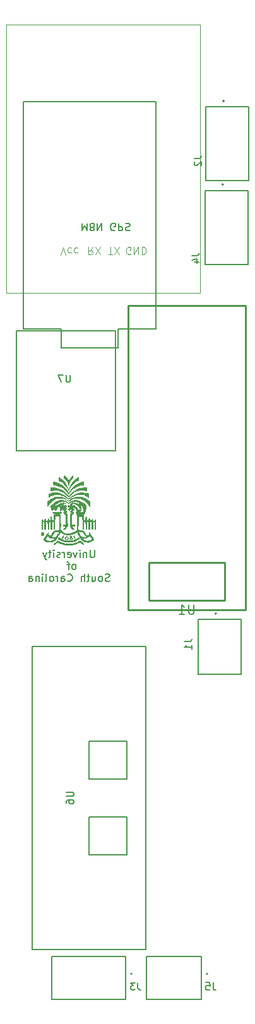
<source format=gbr>
%TF.GenerationSoftware,KiCad,Pcbnew,8.0.4*%
%TF.CreationDate,2024-10-24T02:17:11+06:00*%
%TF.ProjectId,PCB V0.6.3,50434220-5630-42e3-962e-332e6b696361,rev?*%
%TF.SameCoordinates,Original*%
%TF.FileFunction,Legend,Bot*%
%TF.FilePolarity,Positive*%
%FSLAX46Y46*%
G04 Gerber Fmt 4.6, Leading zero omitted, Abs format (unit mm)*
G04 Created by KiCad (PCBNEW 8.0.4) date 2024-10-24 02:17:11*
%MOMM*%
%LPD*%
G01*
G04 APERTURE LIST*
%ADD10C,0.100000*%
%ADD11C,0.150000*%
%ADD12C,0.300000*%
%ADD13C,0.127000*%
%ADD14C,0.200000*%
%ADD15C,0.254000*%
%ADD16C,0.000000*%
G04 APERTURE END LIST*
D10*
X96227693Y-86279961D02*
X96132455Y-86327580D01*
X96132455Y-86327580D02*
X95989598Y-86327580D01*
X95989598Y-86327580D02*
X95846741Y-86279961D01*
X95846741Y-86279961D02*
X95751503Y-86184723D01*
X95751503Y-86184723D02*
X95703884Y-86089485D01*
X95703884Y-86089485D02*
X95656265Y-85899009D01*
X95656265Y-85899009D02*
X95656265Y-85756152D01*
X95656265Y-85756152D02*
X95703884Y-85565676D01*
X95703884Y-85565676D02*
X95751503Y-85470438D01*
X95751503Y-85470438D02*
X95846741Y-85375200D01*
X95846741Y-85375200D02*
X95989598Y-85327580D01*
X95989598Y-85327580D02*
X96084836Y-85327580D01*
X96084836Y-85327580D02*
X96227693Y-85375200D01*
X96227693Y-85375200D02*
X96275312Y-85422819D01*
X96275312Y-85422819D02*
X96275312Y-85756152D01*
X96275312Y-85756152D02*
X96084836Y-85756152D01*
X96703884Y-85327580D02*
X96703884Y-86327580D01*
X96703884Y-86327580D02*
X97275312Y-85327580D01*
X97275312Y-85327580D02*
X97275312Y-86327580D01*
X97751503Y-85327580D02*
X97751503Y-86327580D01*
X97751503Y-86327580D02*
X97989598Y-86327580D01*
X97989598Y-86327580D02*
X98132455Y-86279961D01*
X98132455Y-86279961D02*
X98227693Y-86184723D01*
X98227693Y-86184723D02*
X98275312Y-86089485D01*
X98275312Y-86089485D02*
X98322931Y-85899009D01*
X98322931Y-85899009D02*
X98322931Y-85756152D01*
X98322931Y-85756152D02*
X98275312Y-85565676D01*
X98275312Y-85565676D02*
X98227693Y-85470438D01*
X98227693Y-85470438D02*
X98132455Y-85375200D01*
X98132455Y-85375200D02*
X97989598Y-85327580D01*
X97989598Y-85327580D02*
X97751503Y-85327580D01*
D11*
X89709524Y-82145180D02*
X89709524Y-83145180D01*
X89709524Y-83145180D02*
X90042857Y-82430895D01*
X90042857Y-82430895D02*
X90376190Y-83145180D01*
X90376190Y-83145180D02*
X90376190Y-82145180D01*
X90995238Y-82716609D02*
X90900000Y-82764228D01*
X90900000Y-82764228D02*
X90852381Y-82811847D01*
X90852381Y-82811847D02*
X90804762Y-82907085D01*
X90804762Y-82907085D02*
X90804762Y-82954704D01*
X90804762Y-82954704D02*
X90852381Y-83049942D01*
X90852381Y-83049942D02*
X90900000Y-83097561D01*
X90900000Y-83097561D02*
X90995238Y-83145180D01*
X90995238Y-83145180D02*
X91185714Y-83145180D01*
X91185714Y-83145180D02*
X91280952Y-83097561D01*
X91280952Y-83097561D02*
X91328571Y-83049942D01*
X91328571Y-83049942D02*
X91376190Y-82954704D01*
X91376190Y-82954704D02*
X91376190Y-82907085D01*
X91376190Y-82907085D02*
X91328571Y-82811847D01*
X91328571Y-82811847D02*
X91280952Y-82764228D01*
X91280952Y-82764228D02*
X91185714Y-82716609D01*
X91185714Y-82716609D02*
X90995238Y-82716609D01*
X90995238Y-82716609D02*
X90900000Y-82668990D01*
X90900000Y-82668990D02*
X90852381Y-82621371D01*
X90852381Y-82621371D02*
X90804762Y-82526133D01*
X90804762Y-82526133D02*
X90804762Y-82335657D01*
X90804762Y-82335657D02*
X90852381Y-82240419D01*
X90852381Y-82240419D02*
X90900000Y-82192800D01*
X90900000Y-82192800D02*
X90995238Y-82145180D01*
X90995238Y-82145180D02*
X91185714Y-82145180D01*
X91185714Y-82145180D02*
X91280952Y-82192800D01*
X91280952Y-82192800D02*
X91328571Y-82240419D01*
X91328571Y-82240419D02*
X91376190Y-82335657D01*
X91376190Y-82335657D02*
X91376190Y-82526133D01*
X91376190Y-82526133D02*
X91328571Y-82621371D01*
X91328571Y-82621371D02*
X91280952Y-82668990D01*
X91280952Y-82668990D02*
X91185714Y-82716609D01*
X91804762Y-82145180D02*
X91804762Y-83145180D01*
X91804762Y-83145180D02*
X92376190Y-82145180D01*
X92376190Y-82145180D02*
X92376190Y-83145180D01*
X94138095Y-83097561D02*
X94042857Y-83145180D01*
X94042857Y-83145180D02*
X93900000Y-83145180D01*
X93900000Y-83145180D02*
X93757143Y-83097561D01*
X93757143Y-83097561D02*
X93661905Y-83002323D01*
X93661905Y-83002323D02*
X93614286Y-82907085D01*
X93614286Y-82907085D02*
X93566667Y-82716609D01*
X93566667Y-82716609D02*
X93566667Y-82573752D01*
X93566667Y-82573752D02*
X93614286Y-82383276D01*
X93614286Y-82383276D02*
X93661905Y-82288038D01*
X93661905Y-82288038D02*
X93757143Y-82192800D01*
X93757143Y-82192800D02*
X93900000Y-82145180D01*
X93900000Y-82145180D02*
X93995238Y-82145180D01*
X93995238Y-82145180D02*
X94138095Y-82192800D01*
X94138095Y-82192800D02*
X94185714Y-82240419D01*
X94185714Y-82240419D02*
X94185714Y-82573752D01*
X94185714Y-82573752D02*
X93995238Y-82573752D01*
X94614286Y-82145180D02*
X94614286Y-83145180D01*
X94614286Y-83145180D02*
X94995238Y-83145180D01*
X94995238Y-83145180D02*
X95090476Y-83097561D01*
X95090476Y-83097561D02*
X95138095Y-83049942D01*
X95138095Y-83049942D02*
X95185714Y-82954704D01*
X95185714Y-82954704D02*
X95185714Y-82811847D01*
X95185714Y-82811847D02*
X95138095Y-82716609D01*
X95138095Y-82716609D02*
X95090476Y-82668990D01*
X95090476Y-82668990D02*
X94995238Y-82621371D01*
X94995238Y-82621371D02*
X94614286Y-82621371D01*
X95566667Y-82192800D02*
X95709524Y-82145180D01*
X95709524Y-82145180D02*
X95947619Y-82145180D01*
X95947619Y-82145180D02*
X96042857Y-82192800D01*
X96042857Y-82192800D02*
X96090476Y-82240419D01*
X96090476Y-82240419D02*
X96138095Y-82335657D01*
X96138095Y-82335657D02*
X96138095Y-82430895D01*
X96138095Y-82430895D02*
X96090476Y-82526133D01*
X96090476Y-82526133D02*
X96042857Y-82573752D01*
X96042857Y-82573752D02*
X95947619Y-82621371D01*
X95947619Y-82621371D02*
X95757143Y-82668990D01*
X95757143Y-82668990D02*
X95661905Y-82716609D01*
X95661905Y-82716609D02*
X95614286Y-82764228D01*
X95614286Y-82764228D02*
X95566667Y-82859466D01*
X95566667Y-82859466D02*
X95566667Y-82954704D01*
X95566667Y-82954704D02*
X95614286Y-83049942D01*
X95614286Y-83049942D02*
X95661905Y-83097561D01*
X95661905Y-83097561D02*
X95757143Y-83145180D01*
X95757143Y-83145180D02*
X95995238Y-83145180D01*
X95995238Y-83145180D02*
X96138095Y-83097561D01*
D10*
X93261027Y-86327580D02*
X93832455Y-86327580D01*
X93546741Y-85327580D02*
X93546741Y-86327580D01*
X94070551Y-86327580D02*
X94737217Y-85327580D01*
X94737217Y-86327580D02*
X94070551Y-85327580D01*
X91175312Y-85327580D02*
X90841979Y-85803771D01*
X90603884Y-85327580D02*
X90603884Y-86327580D01*
X90603884Y-86327580D02*
X90984836Y-86327580D01*
X90984836Y-86327580D02*
X91080074Y-86279961D01*
X91080074Y-86279961D02*
X91127693Y-86232342D01*
X91127693Y-86232342D02*
X91175312Y-86137104D01*
X91175312Y-86137104D02*
X91175312Y-85994247D01*
X91175312Y-85994247D02*
X91127693Y-85899009D01*
X91127693Y-85899009D02*
X91080074Y-85851390D01*
X91080074Y-85851390D02*
X90984836Y-85803771D01*
X90984836Y-85803771D02*
X90603884Y-85803771D01*
X91508646Y-86327580D02*
X92175312Y-85327580D01*
X92175312Y-86327580D02*
X91508646Y-85327580D01*
D11*
X91404761Y-125944875D02*
X91404761Y-126754398D01*
X91404761Y-126754398D02*
X91357142Y-126849636D01*
X91357142Y-126849636D02*
X91309523Y-126897256D01*
X91309523Y-126897256D02*
X91214285Y-126944875D01*
X91214285Y-126944875D02*
X91023809Y-126944875D01*
X91023809Y-126944875D02*
X90928571Y-126897256D01*
X90928571Y-126897256D02*
X90880952Y-126849636D01*
X90880952Y-126849636D02*
X90833333Y-126754398D01*
X90833333Y-126754398D02*
X90833333Y-125944875D01*
X90357142Y-126278208D02*
X90357142Y-126944875D01*
X90357142Y-126373446D02*
X90309523Y-126325827D01*
X90309523Y-126325827D02*
X90214285Y-126278208D01*
X90214285Y-126278208D02*
X90071428Y-126278208D01*
X90071428Y-126278208D02*
X89976190Y-126325827D01*
X89976190Y-126325827D02*
X89928571Y-126421065D01*
X89928571Y-126421065D02*
X89928571Y-126944875D01*
X89452380Y-126944875D02*
X89452380Y-126278208D01*
X89452380Y-125944875D02*
X89499999Y-125992494D01*
X89499999Y-125992494D02*
X89452380Y-126040113D01*
X89452380Y-126040113D02*
X89404761Y-125992494D01*
X89404761Y-125992494D02*
X89452380Y-125944875D01*
X89452380Y-125944875D02*
X89452380Y-126040113D01*
X89071428Y-126278208D02*
X88833333Y-126944875D01*
X88833333Y-126944875D02*
X88595238Y-126278208D01*
X87833333Y-126897256D02*
X87928571Y-126944875D01*
X87928571Y-126944875D02*
X88119047Y-126944875D01*
X88119047Y-126944875D02*
X88214285Y-126897256D01*
X88214285Y-126897256D02*
X88261904Y-126802017D01*
X88261904Y-126802017D02*
X88261904Y-126421065D01*
X88261904Y-126421065D02*
X88214285Y-126325827D01*
X88214285Y-126325827D02*
X88119047Y-126278208D01*
X88119047Y-126278208D02*
X87928571Y-126278208D01*
X87928571Y-126278208D02*
X87833333Y-126325827D01*
X87833333Y-126325827D02*
X87785714Y-126421065D01*
X87785714Y-126421065D02*
X87785714Y-126516303D01*
X87785714Y-126516303D02*
X88261904Y-126611541D01*
X87357142Y-126944875D02*
X87357142Y-126278208D01*
X87357142Y-126468684D02*
X87309523Y-126373446D01*
X87309523Y-126373446D02*
X87261904Y-126325827D01*
X87261904Y-126325827D02*
X87166666Y-126278208D01*
X87166666Y-126278208D02*
X87071428Y-126278208D01*
X86785713Y-126897256D02*
X86690475Y-126944875D01*
X86690475Y-126944875D02*
X86499999Y-126944875D01*
X86499999Y-126944875D02*
X86404761Y-126897256D01*
X86404761Y-126897256D02*
X86357142Y-126802017D01*
X86357142Y-126802017D02*
X86357142Y-126754398D01*
X86357142Y-126754398D02*
X86404761Y-126659160D01*
X86404761Y-126659160D02*
X86499999Y-126611541D01*
X86499999Y-126611541D02*
X86642856Y-126611541D01*
X86642856Y-126611541D02*
X86738094Y-126563922D01*
X86738094Y-126563922D02*
X86785713Y-126468684D01*
X86785713Y-126468684D02*
X86785713Y-126421065D01*
X86785713Y-126421065D02*
X86738094Y-126325827D01*
X86738094Y-126325827D02*
X86642856Y-126278208D01*
X86642856Y-126278208D02*
X86499999Y-126278208D01*
X86499999Y-126278208D02*
X86404761Y-126325827D01*
X85928570Y-126944875D02*
X85928570Y-126278208D01*
X85928570Y-125944875D02*
X85976189Y-125992494D01*
X85976189Y-125992494D02*
X85928570Y-126040113D01*
X85928570Y-126040113D02*
X85880951Y-125992494D01*
X85880951Y-125992494D02*
X85928570Y-125944875D01*
X85928570Y-125944875D02*
X85928570Y-126040113D01*
X85595237Y-126278208D02*
X85214285Y-126278208D01*
X85452380Y-125944875D02*
X85452380Y-126802017D01*
X85452380Y-126802017D02*
X85404761Y-126897256D01*
X85404761Y-126897256D02*
X85309523Y-126944875D01*
X85309523Y-126944875D02*
X85214285Y-126944875D01*
X84976189Y-126278208D02*
X84738094Y-126944875D01*
X84499999Y-126278208D02*
X84738094Y-126944875D01*
X84738094Y-126944875D02*
X84833332Y-127182970D01*
X84833332Y-127182970D02*
X84880951Y-127230589D01*
X84880951Y-127230589D02*
X84976189Y-127278208D01*
X88738095Y-128554819D02*
X88833333Y-128507200D01*
X88833333Y-128507200D02*
X88880952Y-128459580D01*
X88880952Y-128459580D02*
X88928571Y-128364342D01*
X88928571Y-128364342D02*
X88928571Y-128078628D01*
X88928571Y-128078628D02*
X88880952Y-127983390D01*
X88880952Y-127983390D02*
X88833333Y-127935771D01*
X88833333Y-127935771D02*
X88738095Y-127888152D01*
X88738095Y-127888152D02*
X88595238Y-127888152D01*
X88595238Y-127888152D02*
X88500000Y-127935771D01*
X88500000Y-127935771D02*
X88452381Y-127983390D01*
X88452381Y-127983390D02*
X88404762Y-128078628D01*
X88404762Y-128078628D02*
X88404762Y-128364342D01*
X88404762Y-128364342D02*
X88452381Y-128459580D01*
X88452381Y-128459580D02*
X88500000Y-128507200D01*
X88500000Y-128507200D02*
X88595238Y-128554819D01*
X88595238Y-128554819D02*
X88738095Y-128554819D01*
X88119047Y-127888152D02*
X87738095Y-127888152D01*
X87976190Y-128554819D02*
X87976190Y-127697676D01*
X87976190Y-127697676D02*
X87928571Y-127602438D01*
X87928571Y-127602438D02*
X87833333Y-127554819D01*
X87833333Y-127554819D02*
X87738095Y-127554819D01*
X93428571Y-130117144D02*
X93285714Y-130164763D01*
X93285714Y-130164763D02*
X93047619Y-130164763D01*
X93047619Y-130164763D02*
X92952381Y-130117144D01*
X92952381Y-130117144D02*
X92904762Y-130069524D01*
X92904762Y-130069524D02*
X92857143Y-129974286D01*
X92857143Y-129974286D02*
X92857143Y-129879048D01*
X92857143Y-129879048D02*
X92904762Y-129783810D01*
X92904762Y-129783810D02*
X92952381Y-129736191D01*
X92952381Y-129736191D02*
X93047619Y-129688572D01*
X93047619Y-129688572D02*
X93238095Y-129640953D01*
X93238095Y-129640953D02*
X93333333Y-129593334D01*
X93333333Y-129593334D02*
X93380952Y-129545715D01*
X93380952Y-129545715D02*
X93428571Y-129450477D01*
X93428571Y-129450477D02*
X93428571Y-129355239D01*
X93428571Y-129355239D02*
X93380952Y-129260001D01*
X93380952Y-129260001D02*
X93333333Y-129212382D01*
X93333333Y-129212382D02*
X93238095Y-129164763D01*
X93238095Y-129164763D02*
X93000000Y-129164763D01*
X93000000Y-129164763D02*
X92857143Y-129212382D01*
X92285714Y-130164763D02*
X92380952Y-130117144D01*
X92380952Y-130117144D02*
X92428571Y-130069524D01*
X92428571Y-130069524D02*
X92476190Y-129974286D01*
X92476190Y-129974286D02*
X92476190Y-129688572D01*
X92476190Y-129688572D02*
X92428571Y-129593334D01*
X92428571Y-129593334D02*
X92380952Y-129545715D01*
X92380952Y-129545715D02*
X92285714Y-129498096D01*
X92285714Y-129498096D02*
X92142857Y-129498096D01*
X92142857Y-129498096D02*
X92047619Y-129545715D01*
X92047619Y-129545715D02*
X92000000Y-129593334D01*
X92000000Y-129593334D02*
X91952381Y-129688572D01*
X91952381Y-129688572D02*
X91952381Y-129974286D01*
X91952381Y-129974286D02*
X92000000Y-130069524D01*
X92000000Y-130069524D02*
X92047619Y-130117144D01*
X92047619Y-130117144D02*
X92142857Y-130164763D01*
X92142857Y-130164763D02*
X92285714Y-130164763D01*
X91095238Y-129498096D02*
X91095238Y-130164763D01*
X91523809Y-129498096D02*
X91523809Y-130021905D01*
X91523809Y-130021905D02*
X91476190Y-130117144D01*
X91476190Y-130117144D02*
X91380952Y-130164763D01*
X91380952Y-130164763D02*
X91238095Y-130164763D01*
X91238095Y-130164763D02*
X91142857Y-130117144D01*
X91142857Y-130117144D02*
X91095238Y-130069524D01*
X90761904Y-129498096D02*
X90380952Y-129498096D01*
X90619047Y-129164763D02*
X90619047Y-130021905D01*
X90619047Y-130021905D02*
X90571428Y-130117144D01*
X90571428Y-130117144D02*
X90476190Y-130164763D01*
X90476190Y-130164763D02*
X90380952Y-130164763D01*
X90047618Y-130164763D02*
X90047618Y-129164763D01*
X89619047Y-130164763D02*
X89619047Y-129640953D01*
X89619047Y-129640953D02*
X89666666Y-129545715D01*
X89666666Y-129545715D02*
X89761904Y-129498096D01*
X89761904Y-129498096D02*
X89904761Y-129498096D01*
X89904761Y-129498096D02*
X89999999Y-129545715D01*
X89999999Y-129545715D02*
X90047618Y-129593334D01*
X87809523Y-130069524D02*
X87857142Y-130117144D01*
X87857142Y-130117144D02*
X87999999Y-130164763D01*
X87999999Y-130164763D02*
X88095237Y-130164763D01*
X88095237Y-130164763D02*
X88238094Y-130117144D01*
X88238094Y-130117144D02*
X88333332Y-130021905D01*
X88333332Y-130021905D02*
X88380951Y-129926667D01*
X88380951Y-129926667D02*
X88428570Y-129736191D01*
X88428570Y-129736191D02*
X88428570Y-129593334D01*
X88428570Y-129593334D02*
X88380951Y-129402858D01*
X88380951Y-129402858D02*
X88333332Y-129307620D01*
X88333332Y-129307620D02*
X88238094Y-129212382D01*
X88238094Y-129212382D02*
X88095237Y-129164763D01*
X88095237Y-129164763D02*
X87999999Y-129164763D01*
X87999999Y-129164763D02*
X87857142Y-129212382D01*
X87857142Y-129212382D02*
X87809523Y-129260001D01*
X86952380Y-130164763D02*
X86952380Y-129640953D01*
X86952380Y-129640953D02*
X86999999Y-129545715D01*
X86999999Y-129545715D02*
X87095237Y-129498096D01*
X87095237Y-129498096D02*
X87285713Y-129498096D01*
X87285713Y-129498096D02*
X87380951Y-129545715D01*
X86952380Y-130117144D02*
X87047618Y-130164763D01*
X87047618Y-130164763D02*
X87285713Y-130164763D01*
X87285713Y-130164763D02*
X87380951Y-130117144D01*
X87380951Y-130117144D02*
X87428570Y-130021905D01*
X87428570Y-130021905D02*
X87428570Y-129926667D01*
X87428570Y-129926667D02*
X87380951Y-129831429D01*
X87380951Y-129831429D02*
X87285713Y-129783810D01*
X87285713Y-129783810D02*
X87047618Y-129783810D01*
X87047618Y-129783810D02*
X86952380Y-129736191D01*
X86476189Y-130164763D02*
X86476189Y-129498096D01*
X86476189Y-129688572D02*
X86428570Y-129593334D01*
X86428570Y-129593334D02*
X86380951Y-129545715D01*
X86380951Y-129545715D02*
X86285713Y-129498096D01*
X86285713Y-129498096D02*
X86190475Y-129498096D01*
X85714284Y-130164763D02*
X85809522Y-130117144D01*
X85809522Y-130117144D02*
X85857141Y-130069524D01*
X85857141Y-130069524D02*
X85904760Y-129974286D01*
X85904760Y-129974286D02*
X85904760Y-129688572D01*
X85904760Y-129688572D02*
X85857141Y-129593334D01*
X85857141Y-129593334D02*
X85809522Y-129545715D01*
X85809522Y-129545715D02*
X85714284Y-129498096D01*
X85714284Y-129498096D02*
X85571427Y-129498096D01*
X85571427Y-129498096D02*
X85476189Y-129545715D01*
X85476189Y-129545715D02*
X85428570Y-129593334D01*
X85428570Y-129593334D02*
X85380951Y-129688572D01*
X85380951Y-129688572D02*
X85380951Y-129974286D01*
X85380951Y-129974286D02*
X85428570Y-130069524D01*
X85428570Y-130069524D02*
X85476189Y-130117144D01*
X85476189Y-130117144D02*
X85571427Y-130164763D01*
X85571427Y-130164763D02*
X85714284Y-130164763D01*
X84809522Y-130164763D02*
X84904760Y-130117144D01*
X84904760Y-130117144D02*
X84952379Y-130021905D01*
X84952379Y-130021905D02*
X84952379Y-129164763D01*
X84428569Y-130164763D02*
X84428569Y-129498096D01*
X84428569Y-129164763D02*
X84476188Y-129212382D01*
X84476188Y-129212382D02*
X84428569Y-129260001D01*
X84428569Y-129260001D02*
X84380950Y-129212382D01*
X84380950Y-129212382D02*
X84428569Y-129164763D01*
X84428569Y-129164763D02*
X84428569Y-129260001D01*
X83952379Y-129498096D02*
X83952379Y-130164763D01*
X83952379Y-129593334D02*
X83904760Y-129545715D01*
X83904760Y-129545715D02*
X83809522Y-129498096D01*
X83809522Y-129498096D02*
X83666665Y-129498096D01*
X83666665Y-129498096D02*
X83571427Y-129545715D01*
X83571427Y-129545715D02*
X83523808Y-129640953D01*
X83523808Y-129640953D02*
X83523808Y-130164763D01*
X82619046Y-130164763D02*
X82619046Y-129640953D01*
X82619046Y-129640953D02*
X82666665Y-129545715D01*
X82666665Y-129545715D02*
X82761903Y-129498096D01*
X82761903Y-129498096D02*
X82952379Y-129498096D01*
X82952379Y-129498096D02*
X83047617Y-129545715D01*
X82619046Y-130117144D02*
X82714284Y-130164763D01*
X82714284Y-130164763D02*
X82952379Y-130164763D01*
X82952379Y-130164763D02*
X83047617Y-130117144D01*
X83047617Y-130117144D02*
X83095236Y-130021905D01*
X83095236Y-130021905D02*
X83095236Y-129926667D01*
X83095236Y-129926667D02*
X83047617Y-129831429D01*
X83047617Y-129831429D02*
X82952379Y-129783810D01*
X82952379Y-129783810D02*
X82714284Y-129783810D01*
X82714284Y-129783810D02*
X82619046Y-129736191D01*
D10*
X86861027Y-86427580D02*
X87194360Y-85427580D01*
X87194360Y-85427580D02*
X87527693Y-86427580D01*
X88289598Y-85475200D02*
X88194360Y-85427580D01*
X88194360Y-85427580D02*
X88003884Y-85427580D01*
X88003884Y-85427580D02*
X87908646Y-85475200D01*
X87908646Y-85475200D02*
X87861027Y-85522819D01*
X87861027Y-85522819D02*
X87813408Y-85618057D01*
X87813408Y-85618057D02*
X87813408Y-85903771D01*
X87813408Y-85903771D02*
X87861027Y-85999009D01*
X87861027Y-85999009D02*
X87908646Y-86046628D01*
X87908646Y-86046628D02*
X88003884Y-86094247D01*
X88003884Y-86094247D02*
X88194360Y-86094247D01*
X88194360Y-86094247D02*
X88289598Y-86046628D01*
X89146741Y-85475200D02*
X89051503Y-85427580D01*
X89051503Y-85427580D02*
X88861027Y-85427580D01*
X88861027Y-85427580D02*
X88765789Y-85475200D01*
X88765789Y-85475200D02*
X88718170Y-85522819D01*
X88718170Y-85522819D02*
X88670551Y-85618057D01*
X88670551Y-85618057D02*
X88670551Y-85903771D01*
X88670551Y-85903771D02*
X88718170Y-85999009D01*
X88718170Y-85999009D02*
X88765789Y-86046628D01*
X88765789Y-86046628D02*
X88861027Y-86094247D01*
X88861027Y-86094247D02*
X89051503Y-86094247D01*
X89051503Y-86094247D02*
X89146741Y-86046628D01*
D11*
X107315833Y-183979819D02*
X107315833Y-184694104D01*
X107315833Y-184694104D02*
X107363452Y-184836961D01*
X107363452Y-184836961D02*
X107458690Y-184932200D01*
X107458690Y-184932200D02*
X107601547Y-184979819D01*
X107601547Y-184979819D02*
X107696785Y-184979819D01*
X106363452Y-183979819D02*
X106839642Y-183979819D01*
X106839642Y-183979819D02*
X106887261Y-184456009D01*
X106887261Y-184456009D02*
X106839642Y-184408390D01*
X106839642Y-184408390D02*
X106744404Y-184360771D01*
X106744404Y-184360771D02*
X106506309Y-184360771D01*
X106506309Y-184360771D02*
X106411071Y-184408390D01*
X106411071Y-184408390D02*
X106363452Y-184456009D01*
X106363452Y-184456009D02*
X106315833Y-184551247D01*
X106315833Y-184551247D02*
X106315833Y-184789342D01*
X106315833Y-184789342D02*
X106363452Y-184884580D01*
X106363452Y-184884580D02*
X106411071Y-184932200D01*
X106411071Y-184932200D02*
X106506309Y-184979819D01*
X106506309Y-184979819D02*
X106744404Y-184979819D01*
X106744404Y-184979819D02*
X106839642Y-184932200D01*
X106839642Y-184932200D02*
X106887261Y-184884580D01*
D10*
X93261027Y-86327580D02*
X93832455Y-86327580D01*
X93546741Y-85327580D02*
X93546741Y-86327580D01*
X94070551Y-86327580D02*
X94737217Y-85327580D01*
X94737217Y-86327580D02*
X94070551Y-85327580D01*
X91175312Y-85327580D02*
X90841979Y-85803771D01*
X90603884Y-85327580D02*
X90603884Y-86327580D01*
X90603884Y-86327580D02*
X90984836Y-86327580D01*
X90984836Y-86327580D02*
X91080074Y-86279961D01*
X91080074Y-86279961D02*
X91127693Y-86232342D01*
X91127693Y-86232342D02*
X91175312Y-86137104D01*
X91175312Y-86137104D02*
X91175312Y-85994247D01*
X91175312Y-85994247D02*
X91127693Y-85899009D01*
X91127693Y-85899009D02*
X91080074Y-85851390D01*
X91080074Y-85851390D02*
X90984836Y-85803771D01*
X90984836Y-85803771D02*
X90603884Y-85803771D01*
X91508646Y-86327580D02*
X92175312Y-85327580D01*
X92175312Y-86327580D02*
X91508646Y-85327580D01*
X96227693Y-86279961D02*
X96132455Y-86327580D01*
X96132455Y-86327580D02*
X95989598Y-86327580D01*
X95989598Y-86327580D02*
X95846741Y-86279961D01*
X95846741Y-86279961D02*
X95751503Y-86184723D01*
X95751503Y-86184723D02*
X95703884Y-86089485D01*
X95703884Y-86089485D02*
X95656265Y-85899009D01*
X95656265Y-85899009D02*
X95656265Y-85756152D01*
X95656265Y-85756152D02*
X95703884Y-85565676D01*
X95703884Y-85565676D02*
X95751503Y-85470438D01*
X95751503Y-85470438D02*
X95846741Y-85375200D01*
X95846741Y-85375200D02*
X95989598Y-85327580D01*
X95989598Y-85327580D02*
X96084836Y-85327580D01*
X96084836Y-85327580D02*
X96227693Y-85375200D01*
X96227693Y-85375200D02*
X96275312Y-85422819D01*
X96275312Y-85422819D02*
X96275312Y-85756152D01*
X96275312Y-85756152D02*
X96084836Y-85756152D01*
X96703884Y-85327580D02*
X96703884Y-86327580D01*
X96703884Y-86327580D02*
X97275312Y-85327580D01*
X97275312Y-85327580D02*
X97275312Y-86327580D01*
X97751503Y-85327580D02*
X97751503Y-86327580D01*
X97751503Y-86327580D02*
X97989598Y-86327580D01*
X97989598Y-86327580D02*
X98132455Y-86279961D01*
X98132455Y-86279961D02*
X98227693Y-86184723D01*
X98227693Y-86184723D02*
X98275312Y-86089485D01*
X98275312Y-86089485D02*
X98322931Y-85899009D01*
X98322931Y-85899009D02*
X98322931Y-85756152D01*
X98322931Y-85756152D02*
X98275312Y-85565676D01*
X98275312Y-85565676D02*
X98227693Y-85470438D01*
X98227693Y-85470438D02*
X98132455Y-85375200D01*
X98132455Y-85375200D02*
X97989598Y-85327580D01*
X97989598Y-85327580D02*
X97751503Y-85327580D01*
X86861027Y-86427580D02*
X87194360Y-85427580D01*
X87194360Y-85427580D02*
X87527693Y-86427580D01*
X88289598Y-85475200D02*
X88194360Y-85427580D01*
X88194360Y-85427580D02*
X88003884Y-85427580D01*
X88003884Y-85427580D02*
X87908646Y-85475200D01*
X87908646Y-85475200D02*
X87861027Y-85522819D01*
X87861027Y-85522819D02*
X87813408Y-85618057D01*
X87813408Y-85618057D02*
X87813408Y-85903771D01*
X87813408Y-85903771D02*
X87861027Y-85999009D01*
X87861027Y-85999009D02*
X87908646Y-86046628D01*
X87908646Y-86046628D02*
X88003884Y-86094247D01*
X88003884Y-86094247D02*
X88194360Y-86094247D01*
X88194360Y-86094247D02*
X88289598Y-86046628D01*
X89146741Y-85475200D02*
X89051503Y-85427580D01*
X89051503Y-85427580D02*
X88861027Y-85427580D01*
X88861027Y-85427580D02*
X88765789Y-85475200D01*
X88765789Y-85475200D02*
X88718170Y-85522819D01*
X88718170Y-85522819D02*
X88670551Y-85618057D01*
X88670551Y-85618057D02*
X88670551Y-85903771D01*
X88670551Y-85903771D02*
X88718170Y-85999009D01*
X88718170Y-85999009D02*
X88765789Y-86046628D01*
X88765789Y-86046628D02*
X88861027Y-86094247D01*
X88861027Y-86094247D02*
X89051503Y-86094247D01*
X89051503Y-86094247D02*
X89146741Y-86046628D01*
D11*
X89709524Y-82145180D02*
X89709524Y-83145180D01*
X89709524Y-83145180D02*
X90042857Y-82430895D01*
X90042857Y-82430895D02*
X90376190Y-83145180D01*
X90376190Y-83145180D02*
X90376190Y-82145180D01*
X90995238Y-82716609D02*
X90900000Y-82764228D01*
X90900000Y-82764228D02*
X90852381Y-82811847D01*
X90852381Y-82811847D02*
X90804762Y-82907085D01*
X90804762Y-82907085D02*
X90804762Y-82954704D01*
X90804762Y-82954704D02*
X90852381Y-83049942D01*
X90852381Y-83049942D02*
X90900000Y-83097561D01*
X90900000Y-83097561D02*
X90995238Y-83145180D01*
X90995238Y-83145180D02*
X91185714Y-83145180D01*
X91185714Y-83145180D02*
X91280952Y-83097561D01*
X91280952Y-83097561D02*
X91328571Y-83049942D01*
X91328571Y-83049942D02*
X91376190Y-82954704D01*
X91376190Y-82954704D02*
X91376190Y-82907085D01*
X91376190Y-82907085D02*
X91328571Y-82811847D01*
X91328571Y-82811847D02*
X91280952Y-82764228D01*
X91280952Y-82764228D02*
X91185714Y-82716609D01*
X91185714Y-82716609D02*
X90995238Y-82716609D01*
X90995238Y-82716609D02*
X90900000Y-82668990D01*
X90900000Y-82668990D02*
X90852381Y-82621371D01*
X90852381Y-82621371D02*
X90804762Y-82526133D01*
X90804762Y-82526133D02*
X90804762Y-82335657D01*
X90804762Y-82335657D02*
X90852381Y-82240419D01*
X90852381Y-82240419D02*
X90900000Y-82192800D01*
X90900000Y-82192800D02*
X90995238Y-82145180D01*
X90995238Y-82145180D02*
X91185714Y-82145180D01*
X91185714Y-82145180D02*
X91280952Y-82192800D01*
X91280952Y-82192800D02*
X91328571Y-82240419D01*
X91328571Y-82240419D02*
X91376190Y-82335657D01*
X91376190Y-82335657D02*
X91376190Y-82526133D01*
X91376190Y-82526133D02*
X91328571Y-82621371D01*
X91328571Y-82621371D02*
X91280952Y-82668990D01*
X91280952Y-82668990D02*
X91185714Y-82716609D01*
X91804762Y-82145180D02*
X91804762Y-83145180D01*
X91804762Y-83145180D02*
X92376190Y-82145180D01*
X92376190Y-82145180D02*
X92376190Y-83145180D01*
X94138095Y-83097561D02*
X94042857Y-83145180D01*
X94042857Y-83145180D02*
X93900000Y-83145180D01*
X93900000Y-83145180D02*
X93757143Y-83097561D01*
X93757143Y-83097561D02*
X93661905Y-83002323D01*
X93661905Y-83002323D02*
X93614286Y-82907085D01*
X93614286Y-82907085D02*
X93566667Y-82716609D01*
X93566667Y-82716609D02*
X93566667Y-82573752D01*
X93566667Y-82573752D02*
X93614286Y-82383276D01*
X93614286Y-82383276D02*
X93661905Y-82288038D01*
X93661905Y-82288038D02*
X93757143Y-82192800D01*
X93757143Y-82192800D02*
X93900000Y-82145180D01*
X93900000Y-82145180D02*
X93995238Y-82145180D01*
X93995238Y-82145180D02*
X94138095Y-82192800D01*
X94138095Y-82192800D02*
X94185714Y-82240419D01*
X94185714Y-82240419D02*
X94185714Y-82573752D01*
X94185714Y-82573752D02*
X93995238Y-82573752D01*
X94614286Y-82145180D02*
X94614286Y-83145180D01*
X94614286Y-83145180D02*
X94995238Y-83145180D01*
X94995238Y-83145180D02*
X95090476Y-83097561D01*
X95090476Y-83097561D02*
X95138095Y-83049942D01*
X95138095Y-83049942D02*
X95185714Y-82954704D01*
X95185714Y-82954704D02*
X95185714Y-82811847D01*
X95185714Y-82811847D02*
X95138095Y-82716609D01*
X95138095Y-82716609D02*
X95090476Y-82668990D01*
X95090476Y-82668990D02*
X94995238Y-82621371D01*
X94995238Y-82621371D02*
X94614286Y-82621371D01*
X95566667Y-82192800D02*
X95709524Y-82145180D01*
X95709524Y-82145180D02*
X95947619Y-82145180D01*
X95947619Y-82145180D02*
X96042857Y-82192800D01*
X96042857Y-82192800D02*
X96090476Y-82240419D01*
X96090476Y-82240419D02*
X96138095Y-82335657D01*
X96138095Y-82335657D02*
X96138095Y-82430895D01*
X96138095Y-82430895D02*
X96090476Y-82526133D01*
X96090476Y-82526133D02*
X96042857Y-82573752D01*
X96042857Y-82573752D02*
X95947619Y-82621371D01*
X95947619Y-82621371D02*
X95757143Y-82668990D01*
X95757143Y-82668990D02*
X95661905Y-82716609D01*
X95661905Y-82716609D02*
X95614286Y-82764228D01*
X95614286Y-82764228D02*
X95566667Y-82859466D01*
X95566667Y-82859466D02*
X95566667Y-82954704D01*
X95566667Y-82954704D02*
X95614286Y-83049942D01*
X95614286Y-83049942D02*
X95661905Y-83097561D01*
X95661905Y-83097561D02*
X95757143Y-83145180D01*
X95757143Y-83145180D02*
X95995238Y-83145180D01*
X95995238Y-83145180D02*
X96138095Y-83097561D01*
X97214960Y-184009439D02*
X97214960Y-184684355D01*
X97214960Y-184684355D02*
X97259955Y-184819338D01*
X97259955Y-184819338D02*
X97349943Y-184909327D01*
X97349943Y-184909327D02*
X97484927Y-184954321D01*
X97484927Y-184954321D02*
X97574915Y-184954321D01*
X96855005Y-184009439D02*
X96270078Y-184009439D01*
X96270078Y-184009439D02*
X96585039Y-184369394D01*
X96585039Y-184369394D02*
X96450056Y-184369394D01*
X96450056Y-184369394D02*
X96360067Y-184414388D01*
X96360067Y-184414388D02*
X96315073Y-184459383D01*
X96315073Y-184459383D02*
X96270078Y-184549371D01*
X96270078Y-184549371D02*
X96270078Y-184774343D01*
X96270078Y-184774343D02*
X96315073Y-184864332D01*
X96315073Y-184864332D02*
X96360067Y-184909327D01*
X96360067Y-184909327D02*
X96450056Y-184954321D01*
X96450056Y-184954321D02*
X96720022Y-184954321D01*
X96720022Y-184954321D02*
X96810011Y-184909327D01*
X96810011Y-184909327D02*
X96855005Y-184864332D01*
X104767619Y-133309726D02*
X104767619Y-134337821D01*
X104767619Y-134337821D02*
X104707142Y-134458773D01*
X104707142Y-134458773D02*
X104646666Y-134519250D01*
X104646666Y-134519250D02*
X104525714Y-134579726D01*
X104525714Y-134579726D02*
X104283809Y-134579726D01*
X104283809Y-134579726D02*
X104162857Y-134519250D01*
X104162857Y-134519250D02*
X104102380Y-134458773D01*
X104102380Y-134458773D02*
X104041904Y-134337821D01*
X104041904Y-134337821D02*
X104041904Y-133309726D01*
X102771904Y-134579726D02*
X103497619Y-134579726D01*
X103134762Y-134579726D02*
X103134762Y-133309726D01*
X103134762Y-133309726D02*
X103255714Y-133491154D01*
X103255714Y-133491154D02*
X103376666Y-133612107D01*
X103376666Y-133612107D02*
X103497619Y-133672583D01*
X104484439Y-86485039D02*
X105159355Y-86485039D01*
X105159355Y-86485039D02*
X105294338Y-86440044D01*
X105294338Y-86440044D02*
X105384327Y-86350056D01*
X105384327Y-86350056D02*
X105429321Y-86215072D01*
X105429321Y-86215072D02*
X105429321Y-86125084D01*
X104799400Y-87339932D02*
X105429321Y-87339932D01*
X104439445Y-87114960D02*
X105114360Y-86889988D01*
X105114360Y-86889988D02*
X105114360Y-87474915D01*
X104784439Y-73485039D02*
X105459355Y-73485039D01*
X105459355Y-73485039D02*
X105594338Y-73440044D01*
X105594338Y-73440044D02*
X105684327Y-73350056D01*
X105684327Y-73350056D02*
X105729321Y-73215072D01*
X105729321Y-73215072D02*
X105729321Y-73125084D01*
X104874428Y-73889988D02*
X104829433Y-73934982D01*
X104829433Y-73934982D02*
X104784439Y-74024971D01*
X104784439Y-74024971D02*
X104784439Y-74249943D01*
X104784439Y-74249943D02*
X104829433Y-74339932D01*
X104829433Y-74339932D02*
X104874428Y-74384926D01*
X104874428Y-74384926D02*
X104964416Y-74429921D01*
X104964416Y-74429921D02*
X105054405Y-74429921D01*
X105054405Y-74429921D02*
X105189388Y-74384926D01*
X105189388Y-74384926D02*
X105729321Y-73844994D01*
X105729321Y-73844994D02*
X105729321Y-74429921D01*
X87614819Y-158438095D02*
X88424342Y-158438095D01*
X88424342Y-158438095D02*
X88519580Y-158485714D01*
X88519580Y-158485714D02*
X88567200Y-158533333D01*
X88567200Y-158533333D02*
X88614819Y-158628571D01*
X88614819Y-158628571D02*
X88614819Y-158819047D01*
X88614819Y-158819047D02*
X88567200Y-158914285D01*
X88567200Y-158914285D02*
X88519580Y-158961904D01*
X88519580Y-158961904D02*
X88424342Y-159009523D01*
X88424342Y-159009523D02*
X87614819Y-159009523D01*
X87614819Y-159914285D02*
X87614819Y-159723809D01*
X87614819Y-159723809D02*
X87662438Y-159628571D01*
X87662438Y-159628571D02*
X87710057Y-159580952D01*
X87710057Y-159580952D02*
X87852914Y-159485714D01*
X87852914Y-159485714D02*
X88043390Y-159438095D01*
X88043390Y-159438095D02*
X88424342Y-159438095D01*
X88424342Y-159438095D02*
X88519580Y-159485714D01*
X88519580Y-159485714D02*
X88567200Y-159533333D01*
X88567200Y-159533333D02*
X88614819Y-159628571D01*
X88614819Y-159628571D02*
X88614819Y-159819047D01*
X88614819Y-159819047D02*
X88567200Y-159914285D01*
X88567200Y-159914285D02*
X88519580Y-159961904D01*
X88519580Y-159961904D02*
X88424342Y-160009523D01*
X88424342Y-160009523D02*
X88186247Y-160009523D01*
X88186247Y-160009523D02*
X88091009Y-159961904D01*
X88091009Y-159961904D02*
X88043390Y-159914285D01*
X88043390Y-159914285D02*
X87995771Y-159819047D01*
X87995771Y-159819047D02*
X87995771Y-159628571D01*
X87995771Y-159628571D02*
X88043390Y-159533333D01*
X88043390Y-159533333D02*
X88091009Y-159485714D01*
X88091009Y-159485714D02*
X88186247Y-159438095D01*
X88161904Y-102454819D02*
X88161904Y-103264342D01*
X88161904Y-103264342D02*
X88114285Y-103359580D01*
X88114285Y-103359580D02*
X88066666Y-103407200D01*
X88066666Y-103407200D02*
X87971428Y-103454819D01*
X87971428Y-103454819D02*
X87780952Y-103454819D01*
X87780952Y-103454819D02*
X87685714Y-103407200D01*
X87685714Y-103407200D02*
X87638095Y-103359580D01*
X87638095Y-103359580D02*
X87590476Y-103264342D01*
X87590476Y-103264342D02*
X87590476Y-102454819D01*
X87209523Y-102454819D02*
X86542857Y-102454819D01*
X86542857Y-102454819D02*
X86971428Y-103454819D01*
D12*
X89221427Y-119949757D02*
X89364285Y-119878328D01*
X89364285Y-119878328D02*
X89578570Y-119878328D01*
X89578570Y-119878328D02*
X89792856Y-119949757D01*
X89792856Y-119949757D02*
X89935713Y-120092614D01*
X89935713Y-120092614D02*
X90007142Y-120235471D01*
X90007142Y-120235471D02*
X90078570Y-120521185D01*
X90078570Y-120521185D02*
X90078570Y-120735471D01*
X90078570Y-120735471D02*
X90007142Y-121021185D01*
X90007142Y-121021185D02*
X89935713Y-121164042D01*
X89935713Y-121164042D02*
X89792856Y-121306900D01*
X89792856Y-121306900D02*
X89578570Y-121378328D01*
X89578570Y-121378328D02*
X89435713Y-121378328D01*
X89435713Y-121378328D02*
X89221427Y-121306900D01*
X89221427Y-121306900D02*
X89149999Y-121235471D01*
X89149999Y-121235471D02*
X89149999Y-120735471D01*
X89149999Y-120735471D02*
X89435713Y-120735471D01*
X88292856Y-119878328D02*
X88292856Y-120235471D01*
X88649999Y-120092614D02*
X88292856Y-120235471D01*
X88292856Y-120235471D02*
X87935713Y-120092614D01*
X88507142Y-120521185D02*
X88292856Y-120235471D01*
X88292856Y-120235471D02*
X88078570Y-120521185D01*
X87149999Y-119878328D02*
X87149999Y-120235471D01*
X87507142Y-120092614D02*
X87149999Y-120235471D01*
X87149999Y-120235471D02*
X86792856Y-120092614D01*
X87364285Y-120521185D02*
X87149999Y-120235471D01*
X87149999Y-120235471D02*
X86935713Y-120521185D01*
X86007142Y-119878328D02*
X86007142Y-120235471D01*
X86364285Y-120092614D02*
X86007142Y-120235471D01*
X86007142Y-120235471D02*
X85649999Y-120092614D01*
X86221428Y-120521185D02*
X86007142Y-120235471D01*
X86007142Y-120235471D02*
X85792856Y-120521185D01*
D11*
X103454819Y-138266666D02*
X104169104Y-138266666D01*
X104169104Y-138266666D02*
X104311961Y-138219047D01*
X104311961Y-138219047D02*
X104407200Y-138123809D01*
X104407200Y-138123809D02*
X104454819Y-137980952D01*
X104454819Y-137980952D02*
X104454819Y-137885714D01*
X104454819Y-139266666D02*
X104454819Y-138695238D01*
X104454819Y-138980952D02*
X103454819Y-138980952D01*
X103454819Y-138980952D02*
X103597676Y-138885714D01*
X103597676Y-138885714D02*
X103692914Y-138790476D01*
X103692914Y-138790476D02*
X103740533Y-138695238D01*
%TO.C,U2*%
X81890000Y-65850000D02*
X99670000Y-65850000D01*
X81890000Y-96330000D02*
X81890000Y-65850000D01*
X86970000Y-96330000D02*
X81890000Y-96330000D01*
X86970000Y-98870000D02*
X86970000Y-96330000D01*
X94590000Y-96330000D02*
X94590000Y-98870000D01*
X94590000Y-98870000D02*
X86970000Y-98870000D01*
X99670000Y-65850000D02*
X99670000Y-96330000D01*
X99670000Y-96330000D02*
X94590000Y-96330000D01*
D13*
%TO.C,J5*%
X98350000Y-180450000D02*
X105750000Y-180450000D01*
X98350000Y-186200000D02*
X98350000Y-180450000D01*
X105750000Y-180450000D02*
X105750000Y-186200000D01*
X105750000Y-186200000D02*
X98350000Y-186200000D01*
D14*
X106590000Y-182800000D02*
G75*
G02*
X106390000Y-182800000I-100000J0D01*
G01*
X106390000Y-182800000D02*
G75*
G02*
X106590000Y-182800000I100000J0D01*
G01*
%TO.C,M8N_GPS1*%
D10*
X105600000Y-55500000D02*
X79600000Y-55500000D01*
X79600000Y-91500000D01*
X105600000Y-91500000D01*
X105600000Y-55500000D01*
D13*
%TO.C,J3*%
X85650000Y-180450000D02*
X95550000Y-180450000D01*
X85650000Y-186200000D02*
X85650000Y-180450000D01*
X95550000Y-180450000D02*
X95550000Y-186200000D01*
X95550000Y-186200000D02*
X85650000Y-186200000D01*
D14*
X96450000Y-182800000D02*
G75*
G02*
X96250000Y-182800000I-100000J0D01*
G01*
X96250000Y-182800000D02*
G75*
G02*
X96450000Y-182800000I100000J0D01*
G01*
D15*
%TO.C,U1*%
X95926000Y-93216500D02*
X95926000Y-133983500D01*
X95926000Y-133983500D02*
X111674000Y-133983500D01*
X98720000Y-127633500D02*
X108880000Y-127633500D01*
X98720000Y-132713500D02*
X98720000Y-127633500D01*
X108880000Y-127633500D02*
X108880000Y-132713500D01*
X108880000Y-132713500D02*
X98720000Y-132713500D01*
X111674000Y-93216500D02*
X95926000Y-93216500D01*
X111674000Y-133983500D02*
X111674000Y-93216500D01*
D13*
%TO.C,J4*%
X106250000Y-77750000D02*
X112000000Y-77750000D01*
X106250000Y-87650000D02*
X106250000Y-77750000D01*
X112000000Y-77750000D02*
X112000000Y-87650000D01*
X112000000Y-87650000D02*
X106250000Y-87650000D01*
D14*
X108700000Y-76950000D02*
G75*
G02*
X108500000Y-76950000I-100000J0D01*
G01*
X108500000Y-76950000D02*
G75*
G02*
X108700000Y-76950000I100000J0D01*
G01*
D13*
%TO.C,J2*%
X106350000Y-66550000D02*
X112100000Y-66550000D01*
X106350000Y-76450000D02*
X106350000Y-66550000D01*
X112100000Y-66550000D02*
X112100000Y-76450000D01*
X112100000Y-76450000D02*
X106350000Y-76450000D01*
D14*
X108800000Y-65750000D02*
G75*
G02*
X108600000Y-65750000I-100000J0D01*
G01*
X108600000Y-65750000D02*
G75*
G02*
X108800000Y-65750000I100000J0D01*
G01*
D11*
%TO.C,U6*%
X83080000Y-179520000D02*
X83080000Y-138880000D01*
X83080000Y-179520000D02*
X98320000Y-179520000D01*
X90700000Y-151580000D02*
X95780000Y-151580000D01*
X90700000Y-156660000D02*
X90700000Y-151580000D01*
X90700000Y-161740000D02*
X95780000Y-161740000D01*
X90700000Y-166820000D02*
X90700000Y-161740000D01*
X95780000Y-151580000D02*
X95780000Y-156660000D01*
X95780000Y-156660000D02*
X90700000Y-156660000D01*
X95780000Y-161740000D02*
X95780000Y-166820000D01*
X95780000Y-166820000D02*
X90700000Y-166820000D01*
X98320000Y-138880000D02*
X83080000Y-138880000D01*
X98320000Y-179520000D02*
X98320000Y-138880000D01*
D13*
%TO.C,U7*%
X80935000Y-96575000D02*
X94265000Y-96575000D01*
X80935000Y-112625000D02*
X80935000Y-96575000D01*
X94265000Y-96575000D02*
X94265000Y-112625000D01*
X94265000Y-112625000D02*
X80935000Y-112625000D01*
D16*
%TO.C,G\u002A\u002A\u002A*%
G36*
X87242610Y-123992774D02*
G01*
X87283789Y-124010434D01*
X87322088Y-124046273D01*
X87344723Y-124085093D01*
X87338911Y-124111697D01*
X87325521Y-124123414D01*
X87287625Y-124176781D01*
X87248972Y-124250462D01*
X87218919Y-124325300D01*
X87206822Y-124382138D01*
X87205093Y-124412401D01*
X87191538Y-124433020D01*
X87155866Y-124426115D01*
X87087991Y-124392569D01*
X87006295Y-124349007D01*
X87053500Y-124288393D01*
X87070127Y-124264654D01*
X87112267Y-124192198D01*
X87152372Y-124110185D01*
X87173801Y-124066967D01*
X87209871Y-124013484D01*
X87238728Y-123992593D01*
X87242610Y-123992774D01*
G37*
G36*
X89612226Y-120873570D02*
G01*
X89783795Y-120875433D01*
X89927804Y-120878879D01*
X90038765Y-120883705D01*
X90111193Y-120889706D01*
X90139601Y-120896681D01*
X90138042Y-120919870D01*
X90115936Y-120974720D01*
X90077048Y-121045219D01*
X90000041Y-121170371D01*
X89509162Y-121170371D01*
X89018282Y-121170371D01*
X88941275Y-121045219D01*
X88908832Y-120987666D01*
X88882991Y-120928660D01*
X88878722Y-120896681D01*
X88888403Y-120892774D01*
X88941463Y-120886304D01*
X89035556Y-120880918D01*
X89165194Y-120876818D01*
X89324891Y-120874209D01*
X89509162Y-120873295D01*
X89612226Y-120873570D01*
G37*
G36*
X88709752Y-124014472D02*
G01*
X88731617Y-124042106D01*
X88732414Y-124049516D01*
X88747640Y-124104230D01*
X88775919Y-124173323D01*
X88809805Y-124241550D01*
X88841853Y-124293666D01*
X88864617Y-124314425D01*
X88875050Y-124315323D01*
X88890546Y-124332604D01*
X88871196Y-124364041D01*
X88822173Y-124399291D01*
X88759541Y-124428050D01*
X88708998Y-124433289D01*
X88692203Y-124402704D01*
X88683971Y-124366565D01*
X88660284Y-124298682D01*
X88626557Y-124215835D01*
X88614214Y-124186811D01*
X88585301Y-124104934D01*
X88583338Y-124054659D01*
X88610120Y-124027082D01*
X88667446Y-124013300D01*
X88709752Y-124014472D01*
G37*
G36*
X87924377Y-124368330D02*
G01*
X87920612Y-124439342D01*
X87901678Y-124492637D01*
X87859527Y-124535435D01*
X87782308Y-124573180D01*
X87681767Y-124584900D01*
X87579024Y-124568914D01*
X87489937Y-124527850D01*
X87430363Y-124464334D01*
X87404649Y-124392619D01*
X87579922Y-124392619D01*
X87593194Y-124473317D01*
X87624112Y-124504891D01*
X87674978Y-124509335D01*
X87721684Y-124481392D01*
X87751331Y-124431427D01*
X87769429Y-124358508D01*
X87766466Y-124288600D01*
X87743524Y-124236099D01*
X87701685Y-124215400D01*
X87685038Y-124217203D01*
X87631922Y-124250112D01*
X87594858Y-124313401D01*
X87579922Y-124392619D01*
X87404649Y-124392619D01*
X87404462Y-124392097D01*
X87407314Y-124301000D01*
X87446219Y-124222319D01*
X87513479Y-124162315D01*
X87601394Y-124127248D01*
X87702265Y-124123377D01*
X87808393Y-124156963D01*
X87861068Y-124186698D01*
X87902130Y-124225871D01*
X87920169Y-124280830D01*
X87923905Y-124358508D01*
X87924377Y-124368330D01*
G37*
G36*
X86571509Y-120873190D02*
G01*
X86716033Y-120875103D01*
X86843897Y-120878459D01*
X86946894Y-120883271D01*
X87016817Y-120889555D01*
X87045457Y-120897324D01*
X87045805Y-120897926D01*
X87043984Y-120935956D01*
X87020823Y-120997563D01*
X86983717Y-121066631D01*
X86940059Y-121127047D01*
X86929613Y-121137044D01*
X86905991Y-121149685D01*
X86867777Y-121158683D01*
X86807990Y-121164626D01*
X86719645Y-121168100D01*
X86595760Y-121169693D01*
X86429350Y-121169992D01*
X86422005Y-121169983D01*
X86273690Y-121168867D01*
X86142387Y-121166150D01*
X86036222Y-121162135D01*
X85963318Y-121157125D01*
X85931801Y-121151424D01*
X85931588Y-121151268D01*
X85894168Y-121112382D01*
X85851682Y-121052818D01*
X85812991Y-120987522D01*
X85786955Y-120931436D01*
X85782435Y-120899505D01*
X85782833Y-120899002D01*
X85814156Y-120891213D01*
X85886273Y-120884768D01*
X85990978Y-120879680D01*
X86120061Y-120875965D01*
X86265316Y-120873635D01*
X86418535Y-120872705D01*
X86571509Y-120873190D01*
G37*
G36*
X88679732Y-119634140D02*
G01*
X88805560Y-119641950D01*
X88920914Y-119657889D01*
X89016348Y-119682331D01*
X89123168Y-119724087D01*
X89339602Y-119842481D01*
X89527729Y-119998009D01*
X89577976Y-120048572D01*
X89624031Y-120101490D01*
X89647702Y-120147731D01*
X89656442Y-120203817D01*
X89657700Y-120286275D01*
X89658807Y-120354986D01*
X89664570Y-120482588D01*
X89673604Y-120597343D01*
X89677616Y-120691090D01*
X89666652Y-120744726D01*
X89643254Y-120751151D01*
X89610653Y-120709658D01*
X89572078Y-120619542D01*
X89485244Y-120433627D01*
X89353603Y-120246000D01*
X89190915Y-120078648D01*
X89006694Y-119941267D01*
X88810453Y-119843548D01*
X88801177Y-119840115D01*
X88677028Y-119800700D01*
X88541913Y-119767277D01*
X88414803Y-119743999D01*
X88314668Y-119735019D01*
X88297974Y-119734587D01*
X88243716Y-119727207D01*
X88221832Y-119713721D01*
X88224194Y-119703964D01*
X88260661Y-119676727D01*
X88333897Y-119655753D01*
X88434453Y-119641414D01*
X88552881Y-119634086D01*
X88679732Y-119634140D01*
G37*
G36*
X87360741Y-119637782D02*
G01*
X87473870Y-119647562D01*
X87566634Y-119662880D01*
X87629376Y-119683267D01*
X87652436Y-119708252D01*
X87651217Y-119710561D01*
X87619063Y-119722232D01*
X87552098Y-119734447D01*
X87462240Y-119744909D01*
X87459481Y-119745163D01*
X87350695Y-119760116D01*
X87247308Y-119782391D01*
X87171353Y-119807265D01*
X87149615Y-119816815D01*
X87071028Y-119848879D01*
X87008772Y-119870979D01*
X86979800Y-119881477D01*
X86882533Y-119933039D01*
X86772022Y-120009520D01*
X86661645Y-120101069D01*
X86564781Y-120197838D01*
X86535595Y-120232103D01*
X86465972Y-120324258D01*
X86399751Y-120424221D01*
X86343866Y-120520414D01*
X86305251Y-120601263D01*
X86290838Y-120655191D01*
X86287106Y-120675499D01*
X86259893Y-120721116D01*
X86249155Y-120726488D01*
X86238635Y-120710454D01*
X86231155Y-120662929D01*
X86225877Y-120577908D01*
X86221961Y-120449384D01*
X86221944Y-120448658D01*
X86219396Y-120321754D01*
X86219815Y-120233703D01*
X86224927Y-120173911D01*
X86236457Y-120131785D01*
X86256130Y-120096733D01*
X86285672Y-120058160D01*
X86329341Y-120011761D01*
X86422077Y-119933495D01*
X86536718Y-119851003D01*
X86659319Y-119773498D01*
X86775932Y-119710197D01*
X86872612Y-119670315D01*
X86897762Y-119663446D01*
X86995759Y-119646373D01*
X87112027Y-119636718D01*
X87236908Y-119634011D01*
X87360741Y-119637782D01*
G37*
G36*
X88581041Y-115958811D02*
G01*
X88590965Y-116030608D01*
X88593177Y-116144331D01*
X88593177Y-116366635D01*
X88500341Y-116414482D01*
X88449108Y-116445015D01*
X88327815Y-116549656D01*
X88216694Y-116688659D01*
X88122397Y-116851291D01*
X88051572Y-117026816D01*
X88010872Y-117204502D01*
X88005917Y-117239735D01*
X87994545Y-117309801D01*
X87985576Y-117351706D01*
X87978176Y-117369095D01*
X87955086Y-117383392D01*
X87933986Y-117359899D01*
X87924756Y-117306036D01*
X87924191Y-117291272D01*
X87910780Y-117206426D01*
X87883330Y-117097100D01*
X87846918Y-116979990D01*
X87806622Y-116871786D01*
X87767521Y-116789182D01*
X87704493Y-116688767D01*
X87581679Y-116541804D01*
X87438016Y-116428047D01*
X87303856Y-116342226D01*
X87311041Y-116138590D01*
X87316804Y-116039757D01*
X87330775Y-115963834D01*
X87357164Y-115930671D01*
X87400869Y-115939021D01*
X87466789Y-115987636D01*
X87559821Y-116075271D01*
X87687216Y-116221966D01*
X87793562Y-116386220D01*
X87871010Y-116554181D01*
X87912128Y-116712413D01*
X87919726Y-116759011D01*
X87933549Y-116815830D01*
X87945977Y-116838012D01*
X87954948Y-116827630D01*
X87973293Y-116780921D01*
X87993112Y-116709361D01*
X88065702Y-116490331D01*
X88182216Y-116282833D01*
X88343497Y-116092319D01*
X88365632Y-116070349D01*
X88455701Y-115984709D01*
X88518339Y-115936888D01*
X88558476Y-115927913D01*
X88581041Y-115958811D01*
G37*
G36*
X88414946Y-124188525D02*
G01*
X88413821Y-124206364D01*
X88423200Y-124273583D01*
X88463206Y-124322411D01*
X88469571Y-124327827D01*
X88513459Y-124395144D01*
X88516164Y-124472313D01*
X88511320Y-124482360D01*
X88480056Y-124547200D01*
X88407505Y-124607671D01*
X88386892Y-124617066D01*
X88298786Y-124633910D01*
X88204083Y-124627157D01*
X88128315Y-124597719D01*
X88093425Y-124553024D01*
X88073349Y-124478793D01*
X88073995Y-124461509D01*
X88207049Y-124461509D01*
X88220730Y-124510416D01*
X88259535Y-124553495D01*
X88304470Y-124559934D01*
X88342985Y-124533706D01*
X88364388Y-124482360D01*
X88357992Y-124413451D01*
X88333430Y-124373949D01*
X88290281Y-124369910D01*
X88236074Y-124411391D01*
X88232008Y-124415971D01*
X88207049Y-124461509D01*
X88073995Y-124461509D01*
X88076250Y-124401191D01*
X88104240Y-124342591D01*
X88104604Y-124342222D01*
X88120330Y-124312577D01*
X88091861Y-124286897D01*
X88063591Y-124255527D01*
X88048538Y-124189984D01*
X88051425Y-124165887D01*
X88184698Y-124165887D01*
X88191475Y-124204127D01*
X88215630Y-124233963D01*
X88219566Y-124235002D01*
X88250835Y-124221479D01*
X88267481Y-124179231D01*
X88261602Y-124126694D01*
X88254370Y-124112482D01*
X88225301Y-124096411D01*
X88197258Y-124116669D01*
X88184698Y-124165887D01*
X88051425Y-124165887D01*
X88052081Y-124160411D01*
X88090617Y-124094316D01*
X88163315Y-124049014D01*
X88259864Y-124032203D01*
X88277841Y-124032626D01*
X88360856Y-124052685D01*
X88405973Y-124104063D01*
X88413959Y-124179231D01*
X88414946Y-124188525D01*
G37*
G36*
X84671591Y-123735210D02*
G01*
X84685293Y-123772125D01*
X84699302Y-123826797D01*
X84693850Y-123862208D01*
X84692712Y-123869596D01*
X84664688Y-123923335D01*
X84660215Y-123930702D01*
X84660161Y-123930791D01*
X84610032Y-123993239D01*
X84556539Y-124035496D01*
X84513232Y-124054030D01*
X84429364Y-124063238D01*
X84338678Y-124031584D01*
X84293531Y-124000943D01*
X84270399Y-123969861D01*
X84409356Y-123969861D01*
X84413530Y-123980300D01*
X84446491Y-123992593D01*
X84470713Y-123980479D01*
X84483626Y-123930702D01*
X84479275Y-123898421D01*
X84538518Y-123898421D01*
X84552358Y-123918324D01*
X84575071Y-123908945D01*
X84590195Y-123862208D01*
X84580956Y-123782164D01*
X84577569Y-123768271D01*
X84566270Y-123738574D01*
X84560486Y-123757408D01*
X84556109Y-123794554D01*
X84550218Y-123823572D01*
X84542291Y-123862622D01*
X84538518Y-123898421D01*
X84479275Y-123898421D01*
X84478142Y-123890013D01*
X84461518Y-123868811D01*
X84444007Y-123878610D01*
X84420019Y-123919094D01*
X84409356Y-123969861D01*
X84270399Y-123969861D01*
X84234966Y-123922252D01*
X84212520Y-123827527D01*
X84216818Y-123800731D01*
X84312071Y-123800731D01*
X84312166Y-123817559D01*
X84319590Y-123871726D01*
X84335087Y-123893567D01*
X84354701Y-123873912D01*
X84354842Y-123823572D01*
X84335087Y-123757408D01*
X84434113Y-123757408D01*
X84446491Y-123769786D01*
X84458869Y-123757408D01*
X84446491Y-123745029D01*
X84434113Y-123757408D01*
X84335087Y-123757408D01*
X84323083Y-123735384D01*
X84315151Y-123745667D01*
X84312071Y-123800731D01*
X84216818Y-123800731D01*
X84228115Y-123730300D01*
X84276127Y-123655804D01*
X84416061Y-123655804D01*
X84416445Y-123664254D01*
X84448554Y-123668806D01*
X84472888Y-123664842D01*
X84463511Y-123653849D01*
X84449195Y-123649894D01*
X84416061Y-123655804D01*
X84276127Y-123655804D01*
X84283670Y-123644100D01*
X84347882Y-123595940D01*
X84441947Y-123569154D01*
X84534117Y-123585049D01*
X84614097Y-123641207D01*
X84628553Y-123664842D01*
X84671591Y-123735210D01*
G37*
G36*
X86633182Y-124269057D02*
G01*
X86687467Y-124296682D01*
X86751615Y-124341681D01*
X86794977Y-124374410D01*
X86929079Y-124457612D01*
X87096675Y-124538336D01*
X87305623Y-124620538D01*
X87319392Y-124625526D01*
X87393501Y-124651509D01*
X87456726Y-124670267D01*
X87519131Y-124682962D01*
X87590785Y-124690758D01*
X87681751Y-124694819D01*
X87802098Y-124696308D01*
X87961891Y-124696388D01*
X88101448Y-124695931D01*
X88229087Y-124694120D01*
X88325830Y-124689907D01*
X88401764Y-124682212D01*
X88466973Y-124669953D01*
X88531541Y-124652051D01*
X88605555Y-124627424D01*
X88660313Y-124607605D01*
X88815263Y-124542988D01*
X88965652Y-124469245D01*
X89097085Y-124393782D01*
X89195166Y-124324008D01*
X89236191Y-124293202D01*
X89303751Y-124267057D01*
X89358034Y-124287023D01*
X89403803Y-124353780D01*
X89446181Y-124442648D01*
X89360078Y-124514031D01*
X89341835Y-124528566D01*
X89231083Y-124602771D01*
X89091787Y-124679804D01*
X88939864Y-124751405D01*
X88791228Y-124809313D01*
X88707098Y-124838602D01*
X88629199Y-124866897D01*
X88580799Y-124885868D01*
X88558952Y-124893905D01*
X88490143Y-124913216D01*
X88407505Y-124931619D01*
X88384567Y-124935141D01*
X88298926Y-124942285D01*
X88181327Y-124947025D01*
X88044207Y-124948965D01*
X87900000Y-124947713D01*
X87888524Y-124947472D01*
X87739145Y-124943514D01*
X87625468Y-124937689D01*
X87534539Y-124928188D01*
X87453405Y-124913202D01*
X87369114Y-124890922D01*
X87268713Y-124859538D01*
X87191910Y-124834127D01*
X87098020Y-124801447D01*
X87029143Y-124775500D01*
X86996394Y-124760335D01*
X86967445Y-124744297D01*
X86911358Y-124722814D01*
X86871033Y-124703785D01*
X86801150Y-124663332D01*
X86716352Y-124610320D01*
X86629711Y-124553162D01*
X86554299Y-124500274D01*
X86503189Y-124460070D01*
X86496604Y-124436863D01*
X86510540Y-124386889D01*
X86541325Y-124330349D01*
X86579323Y-124284078D01*
X86614896Y-124264913D01*
X86633182Y-124269057D01*
G37*
G36*
X86659638Y-116184004D02*
G01*
X86732228Y-116216949D01*
X86743255Y-116222811D01*
X86828784Y-116277690D01*
X86935676Y-116357675D01*
X87052931Y-116453498D01*
X87169550Y-116555890D01*
X87274531Y-116655582D01*
X87356876Y-116743304D01*
X87424426Y-116825438D01*
X87537396Y-116976303D01*
X87645207Y-117135667D01*
X87742373Y-117294374D01*
X87823409Y-117443270D01*
X87882829Y-117573199D01*
X87915147Y-117675006D01*
X87916265Y-117680384D01*
X87932452Y-117732551D01*
X87949244Y-117753996D01*
X87958820Y-117746018D01*
X87983066Y-117703437D01*
X88011292Y-117636404D01*
X88044749Y-117551677D01*
X88189890Y-117257773D01*
X88376109Y-116969708D01*
X88597239Y-116697366D01*
X88613249Y-116679879D01*
X88728367Y-116563588D01*
X88850524Y-116454177D01*
X88972876Y-116356495D01*
X89088581Y-116275391D01*
X89190795Y-116215714D01*
X89272675Y-116182313D01*
X89327377Y-116180035D01*
X89331026Y-116182215D01*
X89347495Y-116219841D01*
X89356771Y-116290483D01*
X89359306Y-116380614D01*
X89355555Y-116476707D01*
X89345969Y-116565234D01*
X89331004Y-116632668D01*
X89311111Y-116665482D01*
X89283017Y-116678604D01*
X89218303Y-116707553D01*
X89138620Y-116742373D01*
X88950615Y-116841505D01*
X88749281Y-116982647D01*
X88554655Y-117152320D01*
X88377699Y-117340922D01*
X88229375Y-117538850D01*
X88227598Y-117541573D01*
X88159943Y-117651124D01*
X88097903Y-117761953D01*
X88046857Y-117863386D01*
X88012185Y-117944750D01*
X87999267Y-117995371D01*
X87988950Y-118025728D01*
X87961920Y-118020875D01*
X87926316Y-117983920D01*
X87890286Y-117920463D01*
X87839423Y-117817834D01*
X87756495Y-117672634D01*
X87661504Y-117523029D01*
X87565081Y-117385612D01*
X87477859Y-117276971D01*
X87320663Y-117119347D01*
X87076596Y-116927297D01*
X86803081Y-116763755D01*
X86575536Y-116646559D01*
X86568412Y-116420035D01*
X86566939Y-116360719D01*
X86569098Y-116259563D01*
X86582390Y-116199959D01*
X86611131Y-116176557D01*
X86659638Y-116184004D01*
G37*
G36*
X90388011Y-117543567D02*
G01*
X90383006Y-117812641D01*
X90380784Y-117903501D01*
X90377114Y-117997978D01*
X90372910Y-118063986D01*
X90368710Y-118091004D01*
X90360721Y-118091832D01*
X90314215Y-118086042D01*
X90236394Y-118071940D01*
X90138530Y-118051463D01*
X90012156Y-118028689D01*
X89806510Y-118007960D01*
X89593978Y-118002778D01*
X89392448Y-118013370D01*
X89219811Y-118039957D01*
X89066560Y-118084307D01*
X88826701Y-118188170D01*
X88584666Y-118332091D01*
X88347641Y-118511602D01*
X88122807Y-118722236D01*
X88106221Y-118739310D01*
X88041488Y-118802956D01*
X87990926Y-118848089D01*
X87964319Y-118865845D01*
X87962554Y-118865574D01*
X87932598Y-118845327D01*
X87875990Y-118797664D01*
X87800116Y-118729035D01*
X87712362Y-118645887D01*
X87605283Y-118545898D01*
X87392475Y-118371488D01*
X87181512Y-118234306D01*
X86962132Y-118128131D01*
X86724074Y-118046742D01*
X86617432Y-118022855D01*
X86422899Y-118001024D01*
X86208516Y-117998139D01*
X85990066Y-118014159D01*
X85783333Y-118049046D01*
X85732169Y-118060534D01*
X85640072Y-118080648D01*
X85572434Y-118094655D01*
X85541148Y-118100049D01*
X85534638Y-118081431D01*
X85529695Y-118022471D01*
X85527593Y-117932738D01*
X85528770Y-117822076D01*
X85535770Y-117543567D01*
X85783333Y-117546144D01*
X85886360Y-117551038D01*
X86108277Y-117580929D01*
X86348214Y-117634399D01*
X86591910Y-117707452D01*
X86825102Y-117796094D01*
X87033528Y-117896330D01*
X87205777Y-118001905D01*
X87437380Y-118177567D01*
X87653266Y-118378899D01*
X87838341Y-118592837D01*
X87887700Y-118653283D01*
X87933477Y-118700704D01*
X87960789Y-118718498D01*
X87963201Y-118717947D01*
X87993102Y-118693583D01*
X88041045Y-118640410D01*
X88097854Y-118568473D01*
X88265679Y-118370162D01*
X88506709Y-118149932D01*
X88780219Y-117959300D01*
X89079479Y-117802839D01*
X89397758Y-117685124D01*
X89408488Y-117681941D01*
X89660580Y-117612693D01*
X89874079Y-117565920D01*
X90053833Y-117540726D01*
X90204692Y-117536216D01*
X90388011Y-117543567D01*
G37*
G36*
X86481133Y-118281825D02*
G01*
X86804980Y-118364102D01*
X87132553Y-118495750D01*
X87298418Y-118580133D01*
X87584589Y-118758958D01*
X87827510Y-118959696D01*
X87874101Y-119001736D01*
X87939011Y-119046160D01*
X87982237Y-119051970D01*
X88004012Y-119040958D01*
X88023781Y-119018243D01*
X88033500Y-119001442D01*
X88076875Y-118958829D01*
X88147359Y-118900053D01*
X88236524Y-118831528D01*
X88335941Y-118759669D01*
X88437183Y-118690889D01*
X88531820Y-118631604D01*
X88612674Y-118586120D01*
X88798642Y-118494201D01*
X88999039Y-118408862D01*
X89195670Y-118337566D01*
X89370340Y-118287772D01*
X89391420Y-118283068D01*
X89636729Y-118251361D01*
X89904947Y-118254601D01*
X90185664Y-118292076D01*
X90468470Y-118363071D01*
X90672709Y-118426822D01*
X90672709Y-118696939D01*
X90672194Y-118762413D01*
X90667805Y-118873492D01*
X90659246Y-118943013D01*
X90646891Y-118967057D01*
X90618659Y-118955208D01*
X90562385Y-118920434D01*
X90492164Y-118870760D01*
X90480485Y-118862110D01*
X90234387Y-118711446D01*
X89966096Y-118604951D01*
X89940479Y-118597871D01*
X89810983Y-118574603D01*
X89654749Y-118561014D01*
X89486834Y-118557124D01*
X89322292Y-118562950D01*
X89176178Y-118578512D01*
X89063548Y-118603829D01*
X88754780Y-118716392D01*
X88489121Y-118835260D01*
X88270585Y-118959293D01*
X88098050Y-119089053D01*
X88046191Y-119132593D01*
X87991141Y-119172859D01*
X87958998Y-119188808D01*
X87950361Y-119186408D01*
X87907033Y-119161311D01*
X87840406Y-119114660D01*
X87760947Y-119053601D01*
X87664282Y-118981694D01*
X87453585Y-118852107D01*
X87222062Y-118739086D01*
X86982854Y-118647990D01*
X86749099Y-118584180D01*
X86533937Y-118553016D01*
X86327106Y-118551572D01*
X86074849Y-118581376D01*
X85836199Y-118643609D01*
X85621002Y-118735558D01*
X85439103Y-118854513D01*
X85412339Y-118876350D01*
X85340214Y-118934363D01*
X85293500Y-118963745D01*
X85266712Y-118960327D01*
X85254367Y-118919942D01*
X85250982Y-118838420D01*
X85251072Y-118711595D01*
X85251072Y-118428454D01*
X85393421Y-118376612D01*
X85531943Y-118331228D01*
X85844615Y-118265389D01*
X86161012Y-118248921D01*
X86481133Y-118281825D01*
G37*
G36*
X89470618Y-124649113D02*
G01*
X89516394Y-124689471D01*
X89574981Y-124747767D01*
X89623156Y-124794323D01*
X89720176Y-124876103D01*
X89814912Y-124944411D01*
X89872274Y-124982734D01*
X89923315Y-125026682D01*
X89950298Y-125072259D01*
X89964699Y-125133993D01*
X89967613Y-125155503D01*
X89969020Y-125223675D01*
X89957038Y-125262806D01*
X89938744Y-125268268D01*
X89883739Y-125256077D01*
X89806328Y-125222808D01*
X89717030Y-125173876D01*
X89626368Y-125114696D01*
X89544864Y-125050683D01*
X89437266Y-124955971D01*
X89339323Y-125017799D01*
X89309314Y-125035794D01*
X89171927Y-125103756D01*
X89000155Y-125171980D01*
X88805658Y-125236504D01*
X88600096Y-125293368D01*
X88395126Y-125338609D01*
X88360106Y-125341590D01*
X88280995Y-125343951D01*
X88169663Y-125345015D01*
X88035432Y-125344702D01*
X87887622Y-125342934D01*
X87747320Y-125340064D01*
X87608692Y-125335140D01*
X87501536Y-125327800D01*
X87415834Y-125317047D01*
X87341567Y-125301883D01*
X87268713Y-125281311D01*
X87228249Y-125268608D01*
X87040390Y-125207926D01*
X86891897Y-125156361D01*
X86775566Y-125111147D01*
X86684188Y-125069517D01*
X86610558Y-125028707D01*
X86489160Y-124954010D01*
X86418095Y-125024130D01*
X86376895Y-125060019D01*
X86291242Y-125122128D01*
X86192621Y-125184324D01*
X86098089Y-125236082D01*
X86024707Y-125266875D01*
X86000292Y-125272674D01*
X85979199Y-125265963D01*
X85970626Y-125231459D01*
X85969006Y-125158312D01*
X85970178Y-125096314D01*
X85980849Y-125046960D01*
X86011887Y-125014246D01*
X86074159Y-124979720D01*
X86080846Y-124976174D01*
X86152846Y-124928175D01*
X86238644Y-124858579D01*
X86321105Y-124781166D01*
X86342640Y-124759313D01*
X86406415Y-124696552D01*
X86453924Y-124652732D01*
X86476173Y-124636258D01*
X86476464Y-124636276D01*
X86503373Y-124650038D01*
X86558941Y-124684471D01*
X86631518Y-124732367D01*
X86682351Y-124766187D01*
X86797762Y-124836804D01*
X86910611Y-124894389D01*
X87037821Y-124947048D01*
X87196318Y-125002887D01*
X87199441Y-125003929D01*
X87506195Y-125083257D01*
X87821985Y-125122288D01*
X88139439Y-125121938D01*
X88451182Y-125083118D01*
X88749841Y-125006743D01*
X89028043Y-124893726D01*
X89278413Y-124744980D01*
X89291933Y-124735421D01*
X89365715Y-124685105D01*
X89422088Y-124649663D01*
X89449761Y-124636258D01*
X89470618Y-124649113D01*
G37*
G36*
X87240272Y-119283305D02*
G01*
X87450926Y-119330411D01*
X87548342Y-119370847D01*
X87670295Y-119435008D01*
X87786404Y-119507732D01*
X87876055Y-119577060D01*
X87938757Y-119634437D01*
X88061727Y-119545560D01*
X88075608Y-119535619D01*
X88288028Y-119405884D01*
X88497053Y-119319608D01*
X88697672Y-119278892D01*
X88861605Y-119275265D01*
X89083475Y-119296194D01*
X89311146Y-119342347D01*
X89526337Y-119410815D01*
X89666220Y-119475182D01*
X89828755Y-119568259D01*
X89990856Y-119676729D01*
X90137031Y-119790185D01*
X90251786Y-119898216D01*
X90350877Y-120005717D01*
X90350877Y-120290968D01*
X90349818Y-120383422D01*
X90345097Y-120486116D01*
X90337112Y-120552589D01*
X90326431Y-120576219D01*
X90317460Y-120572648D01*
X90283812Y-120539680D01*
X90243004Y-120483382D01*
X90211441Y-120436460D01*
X90102373Y-120297916D01*
X89967433Y-120150781D01*
X89817259Y-120005031D01*
X89662491Y-119870641D01*
X89513770Y-119757588D01*
X89381735Y-119675848D01*
X89241876Y-119609599D01*
X88994816Y-119527015D01*
X88755849Y-119492050D01*
X88526331Y-119504709D01*
X88307618Y-119564994D01*
X88101064Y-119672909D01*
X88037041Y-119713419D01*
X87979016Y-119746546D01*
X87948593Y-119759259D01*
X87929355Y-119752221D01*
X87878033Y-119723686D01*
X87810833Y-119680698D01*
X87763398Y-119649788D01*
X87586866Y-119557076D01*
X87412410Y-119504474D01*
X87226554Y-119487527D01*
X87214736Y-119487534D01*
X87115283Y-119490773D01*
X87030978Y-119498633D01*
X86978991Y-119509585D01*
X86975766Y-119510846D01*
X86920785Y-119530159D01*
X86836833Y-119557570D01*
X86740721Y-119587576D01*
X86638642Y-119624578D01*
X86515865Y-119680139D01*
X86412670Y-119737704D01*
X86345670Y-119786604D01*
X86247359Y-119869055D01*
X86135400Y-119970839D01*
X86018395Y-120083437D01*
X85904945Y-120198326D01*
X85803650Y-120306987D01*
X85723111Y-120400898D01*
X85671930Y-120471540D01*
X85631062Y-120534685D01*
X85596543Y-120571094D01*
X85572744Y-120568002D01*
X85557912Y-120522943D01*
X85550297Y-120433447D01*
X85548148Y-120297046D01*
X85548148Y-120017873D01*
X85715253Y-119854821D01*
X85744083Y-119827154D01*
X85835594Y-119744090D01*
X85924063Y-119669737D01*
X85993762Y-119617498D01*
X86030012Y-119593888D01*
X86266407Y-119464194D01*
X86513607Y-119366718D01*
X86763636Y-119303030D01*
X87008516Y-119274702D01*
X87240272Y-119283305D01*
G37*
G36*
X90029045Y-117030225D02*
G01*
X90028545Y-117131154D01*
X90023426Y-117217698D01*
X90007967Y-117270165D01*
X89976444Y-117297082D01*
X89923133Y-117306979D01*
X89842306Y-117308382D01*
X89799626Y-117310612D01*
X89693978Y-117324702D01*
X89564759Y-117348957D01*
X89427134Y-117380098D01*
X89296269Y-117414848D01*
X89187329Y-117449929D01*
X89082697Y-117492412D01*
X88953154Y-117553674D01*
X88822367Y-117623171D01*
X88698053Y-117696113D01*
X88587930Y-117767705D01*
X88499716Y-117833157D01*
X88441127Y-117887676D01*
X88419883Y-117926469D01*
X88416560Y-117939344D01*
X88385477Y-117966804D01*
X88370894Y-117976372D01*
X88325828Y-118021401D01*
X88264786Y-118093501D01*
X88195203Y-118183269D01*
X88124516Y-118281300D01*
X88060163Y-118378190D01*
X88028104Y-118425623D01*
X87987302Y-118475902D01*
X87960952Y-118495782D01*
X87958544Y-118495352D01*
X87930107Y-118470915D01*
X87885344Y-118416358D01*
X87832813Y-118341959D01*
X87761843Y-118239892D01*
X87618220Y-118058041D01*
X87469002Y-117897301D01*
X87325464Y-117770378D01*
X87185637Y-117673934D01*
X86948962Y-117547599D01*
X86685816Y-117443407D01*
X86408651Y-117366047D01*
X86129922Y-117320208D01*
X86035619Y-117309899D01*
X85953872Y-117294566D01*
X85904728Y-117267681D01*
X85879894Y-117219753D01*
X85871076Y-117141293D01*
X85869980Y-117022813D01*
X85870582Y-116923427D01*
X85873819Y-116850635D01*
X85881586Y-116809999D01*
X85895774Y-116792345D01*
X85918274Y-116788499D01*
X85952301Y-116790798D01*
X86034326Y-116802971D01*
X86129970Y-116821847D01*
X86218320Y-116843128D01*
X86278460Y-116862516D01*
X86288240Y-116866582D01*
X86351065Y-116889396D01*
X86426998Y-116913774D01*
X86505099Y-116941212D01*
X86660407Y-117011774D01*
X86833401Y-117106073D01*
X87013022Y-117217112D01*
X87188211Y-117337895D01*
X87347911Y-117461424D01*
X87481063Y-117580702D01*
X87485772Y-117585369D01*
X87638527Y-117754884D01*
X87768422Y-117940469D01*
X87887201Y-118158842D01*
X87957823Y-118303747D01*
X88025928Y-118153716D01*
X88044302Y-118114630D01*
X88185673Y-117875936D01*
X88372228Y-117648956D01*
X88604877Y-117432830D01*
X88884527Y-117226697D01*
X89212086Y-117029698D01*
X89251112Y-117009268D01*
X89405750Y-116940660D01*
X89579442Y-116878203D01*
X89751894Y-116828678D01*
X89902813Y-116798866D01*
X90029045Y-116782121D01*
X90029045Y-117030225D01*
G37*
G36*
X89397758Y-118805060D02*
G01*
X89509320Y-118819369D01*
X89712038Y-118861008D01*
X89922755Y-118920671D01*
X90127096Y-118993556D01*
X90310686Y-119074859D01*
X90459153Y-119159775D01*
X90517523Y-119201862D01*
X90616180Y-119280888D01*
X90703655Y-119359068D01*
X90821247Y-119472700D01*
X90821247Y-119814031D01*
X90821102Y-119854494D01*
X90818871Y-119972736D01*
X90814362Y-120068244D01*
X90808112Y-120132094D01*
X90800660Y-120155361D01*
X90781700Y-120140448D01*
X90744023Y-120093402D01*
X90698023Y-120025390D01*
X90611486Y-119905296D01*
X90481842Y-119756412D01*
X90330754Y-119605681D01*
X90170058Y-119464115D01*
X90011591Y-119342725D01*
X89867191Y-119252520D01*
X89731532Y-119187592D01*
X89525910Y-119117946D01*
X89304860Y-119078513D01*
X89054385Y-119066082D01*
X88819252Y-119076359D01*
X88616699Y-119110034D01*
X88436242Y-119171088D01*
X88266131Y-119263502D01*
X88094615Y-119391257D01*
X88060492Y-119419386D01*
X87998399Y-119465463D01*
X87956492Y-119481908D01*
X87923040Y-119471239D01*
X87886308Y-119435976D01*
X87864884Y-119414853D01*
X87783351Y-119352165D01*
X87674480Y-119283338D01*
X87552068Y-119216148D01*
X87429912Y-119158374D01*
X87321807Y-119117791D01*
X87244621Y-119096976D01*
X87140416Y-119078617D01*
X87018753Y-119068917D01*
X86863736Y-119066082D01*
X86835709Y-119066209D01*
X86586354Y-119081191D01*
X86364776Y-119124118D01*
X86158918Y-119199277D01*
X85956723Y-119310954D01*
X85746135Y-119463436D01*
X85735972Y-119471559D01*
X85527538Y-119653120D01*
X85356379Y-119835432D01*
X85211939Y-120029684D01*
X85176768Y-120081516D01*
X85138021Y-120129998D01*
X85110894Y-120145534D01*
X85093346Y-120124815D01*
X85083337Y-120064532D01*
X85078827Y-119961375D01*
X85077778Y-119812035D01*
X85077778Y-119464582D01*
X85257261Y-119312855D01*
X85365244Y-119229558D01*
X85587495Y-119093040D01*
X85841798Y-118973919D01*
X86117544Y-118877566D01*
X86201047Y-118854024D01*
X86301875Y-118830720D01*
X86398320Y-118817175D01*
X86508318Y-118811121D01*
X86649805Y-118810291D01*
X86744969Y-118811538D01*
X86862324Y-118816793D01*
X86956439Y-118828003D01*
X87043269Y-118847343D01*
X87138769Y-118876989D01*
X87223898Y-118906947D01*
X87457518Y-119005153D01*
X87649681Y-119113787D01*
X87806173Y-119235962D01*
X87949747Y-119368708D01*
X88047868Y-119280061D01*
X88163220Y-119185137D01*
X88389069Y-119040139D01*
X88635649Y-118926042D01*
X88892758Y-118846437D01*
X89150195Y-118804913D01*
X89397758Y-118805060D01*
G37*
G36*
X87412265Y-120022897D02*
G01*
X87436056Y-120042567D01*
X87485524Y-120093780D01*
X87548924Y-120165312D01*
X87618415Y-120247640D01*
X87686159Y-120331242D01*
X87744314Y-120406596D01*
X87785042Y-120464178D01*
X87800503Y-120494467D01*
X87796217Y-120503736D01*
X87754545Y-120521393D01*
X87675084Y-120531601D01*
X87549194Y-120539084D01*
X87662706Y-120708127D01*
X87679310Y-120733098D01*
X87728717Y-120810714D01*
X87763235Y-120870089D01*
X87776218Y-120899988D01*
X87773697Y-120905100D01*
X87739209Y-120917745D01*
X87677193Y-120922807D01*
X87655028Y-120923323D01*
X87600140Y-120930393D01*
X87578167Y-120943107D01*
X87592393Y-120965532D01*
X87634884Y-121011395D01*
X87695760Y-121069022D01*
X87813353Y-121174638D01*
X87826689Y-121946140D01*
X87840026Y-122717642D01*
X87727664Y-122890519D01*
X87718388Y-122904701D01*
X87654652Y-122998295D01*
X87592665Y-123083806D01*
X87544657Y-123144271D01*
X87537593Y-123152273D01*
X87487217Y-123199276D01*
X87433777Y-123220308D01*
X87354257Y-123225146D01*
X87314411Y-123223924D01*
X87251576Y-123215926D01*
X87220772Y-123202933D01*
X87219126Y-123196045D01*
X87230814Y-123161292D01*
X87267513Y-123099529D01*
X87331519Y-123007137D01*
X87425126Y-122880495D01*
X87482514Y-122804289D01*
X87397275Y-122804289D01*
X87317519Y-122800004D01*
X87233413Y-122788564D01*
X87213246Y-122784293D01*
X87174106Y-122768631D01*
X87160380Y-122736270D01*
X87162239Y-122670971D01*
X87169688Y-122569104D01*
X87361549Y-122561873D01*
X87553411Y-122554643D01*
X87552717Y-121930587D01*
X87552023Y-121306530D01*
X87366511Y-121113168D01*
X87305281Y-121047133D01*
X87244398Y-120975659D01*
X87205599Y-120922728D01*
X87195372Y-120896550D01*
X87203357Y-120890260D01*
X87249736Y-120878117D01*
X87319348Y-120873295D01*
X87428952Y-120873295D01*
X87305509Y-120694664D01*
X87281389Y-120659411D01*
X87230549Y-120582455D01*
X87195272Y-120525184D01*
X87182066Y-120497969D01*
X87187061Y-120492282D01*
X87226730Y-120480472D01*
X87293038Y-120472361D01*
X87404011Y-120464815D01*
X87318674Y-120357228D01*
X87233337Y-120249640D01*
X87110968Y-120377269D01*
X87041040Y-120459805D01*
X86962452Y-120569806D01*
X86898310Y-120676718D01*
X86887567Y-120696845D01*
X86842901Y-120773999D01*
X86805932Y-120828124D01*
X86783777Y-120848538D01*
X86777487Y-120841174D01*
X86769278Y-120792906D01*
X86765502Y-120704905D01*
X86766560Y-120583377D01*
X86773587Y-120318216D01*
X86897368Y-120224693D01*
X86901347Y-120221715D01*
X86986523Y-120166921D01*
X87087157Y-120114730D01*
X87191648Y-120069685D01*
X87288396Y-120036334D01*
X87365802Y-120019223D01*
X87412265Y-120022897D01*
G37*
G36*
X88580401Y-120009349D02*
G01*
X88651041Y-120030533D01*
X88744881Y-120068282D01*
X88848621Y-120116580D01*
X88948961Y-120169414D01*
X89032602Y-120220768D01*
X89162573Y-120309928D01*
X89162573Y-120566855D01*
X89161519Y-120647297D01*
X89157201Y-120738487D01*
X89150319Y-120800744D01*
X89141709Y-120823782D01*
X89130526Y-120816472D01*
X89100181Y-120776253D01*
X89063682Y-120712639D01*
X89042459Y-120674814D01*
X88989350Y-120593679D01*
X88924764Y-120505896D01*
X88856527Y-120421007D01*
X88792467Y-120348556D01*
X88740408Y-120298086D01*
X88708180Y-120279143D01*
X88691482Y-120285607D01*
X88647639Y-120321435D01*
X88596154Y-120378168D01*
X88516575Y-120477193D01*
X88629145Y-120477193D01*
X88658405Y-120477976D01*
X88719001Y-120487313D01*
X88741715Y-120504984D01*
X88738089Y-120514851D01*
X88708651Y-120557447D01*
X88656040Y-120621336D01*
X88588004Y-120696845D01*
X88434294Y-120860916D01*
X88538492Y-120868529D01*
X88597996Y-120877193D01*
X88634392Y-120898883D01*
X88636089Y-120938543D01*
X88603002Y-121001869D01*
X88535043Y-121094561D01*
X88523511Y-121109278D01*
X88475270Y-121171230D01*
X88438269Y-121223674D01*
X88411188Y-121273986D01*
X88392711Y-121329543D01*
X88381518Y-121397722D01*
X88376292Y-121485901D01*
X88375715Y-121601456D01*
X88378468Y-121751765D01*
X88383234Y-121944205D01*
X88398052Y-122544347D01*
X88588451Y-122556725D01*
X88778850Y-122569104D01*
X88786752Y-122665609D01*
X88787206Y-122671488D01*
X88784301Y-122742214D01*
X88757646Y-122782201D01*
X88699406Y-122796770D01*
X88601745Y-122791242D01*
X88553546Y-122787274D01*
X88491185Y-122788082D01*
X88461447Y-122797122D01*
X88461234Y-122803020D01*
X88480100Y-122841009D01*
X88522423Y-122902716D01*
X88581532Y-122978090D01*
X88601591Y-123002799D01*
X88659329Y-123079976D01*
X88699938Y-123143589D01*
X88715641Y-123181823D01*
X88714256Y-123196358D01*
X88697176Y-123214456D01*
X88652139Y-123223000D01*
X88568421Y-123225146D01*
X88500838Y-123223104D01*
X88442156Y-123216376D01*
X88419384Y-123206579D01*
X88409375Y-123186506D01*
X88375460Y-123133262D01*
X88323253Y-123056521D01*
X88258694Y-122965205D01*
X88098502Y-122742398D01*
X88098276Y-121974117D01*
X88098050Y-121205835D01*
X88185424Y-121070510D01*
X88272798Y-120935185D01*
X88173046Y-120927573D01*
X88150293Y-120925144D01*
X88095295Y-120911803D01*
X88073294Y-120893752D01*
X88077175Y-120883478D01*
X88106369Y-120840127D01*
X88157925Y-120774773D01*
X88224382Y-120697125D01*
X88375469Y-120526706D01*
X88262977Y-120526706D01*
X88230039Y-120525745D01*
X88167633Y-120517665D01*
X88136480Y-120504046D01*
X88135659Y-120501847D01*
X88146285Y-120468628D01*
X88178936Y-120414974D01*
X88223909Y-120355269D01*
X88271499Y-120303899D01*
X88272922Y-120302481D01*
X88298373Y-120273902D01*
X88345339Y-120219341D01*
X88404875Y-120149172D01*
X88414007Y-120138460D01*
X88475787Y-120071736D01*
X88527780Y-120024653D01*
X88559542Y-120006823D01*
X88580401Y-120009349D01*
G37*
G36*
X86903854Y-122197699D02*
G01*
X86904176Y-122248120D01*
X86905162Y-122459821D01*
X86905497Y-122655231D01*
X86905209Y-122828814D01*
X86904330Y-122975033D01*
X86902889Y-123088352D01*
X86900916Y-123163234D01*
X86898442Y-123194142D01*
X86893738Y-123200870D01*
X86850259Y-123218541D01*
X86774363Y-123225146D01*
X86662183Y-123225146D01*
X86662183Y-122345430D01*
X86662183Y-121465715D01*
X86408431Y-121472770D01*
X86154678Y-121479825D01*
X86142300Y-122346297D01*
X86129922Y-123212768D01*
X86030896Y-123212768D01*
X85931871Y-123212768D01*
X85925180Y-122699074D01*
X85918488Y-122185380D01*
X85819965Y-122185380D01*
X85721442Y-122185380D01*
X85721442Y-122706758D01*
X85721442Y-123228135D01*
X85628606Y-123220452D01*
X85535770Y-123212768D01*
X85529078Y-122699074D01*
X85522387Y-122185380D01*
X85424366Y-122185380D01*
X85326345Y-122185380D01*
X85319654Y-122699074D01*
X85312963Y-123212768D01*
X85226316Y-123212768D01*
X85139668Y-123212768D01*
X85132977Y-122699074D01*
X85126286Y-122185380D01*
X85015887Y-122185380D01*
X84905488Y-122185380D01*
X84898796Y-122699074D01*
X84892105Y-123212768D01*
X84822528Y-123220746D01*
X84780782Y-123223912D01*
X84745445Y-123218805D01*
X84719680Y-123199069D01*
X84701979Y-123158890D01*
X84690836Y-123092454D01*
X84684742Y-122993949D01*
X84682192Y-122857561D01*
X84681676Y-122677476D01*
X84681676Y-122185380D01*
X84595531Y-122185380D01*
X84509386Y-122185380D01*
X84502695Y-122699074D01*
X84496004Y-123212768D01*
X84396978Y-123212768D01*
X84297953Y-123212768D01*
X84291356Y-122564712D01*
X84289908Y-122418039D01*
X84288676Y-122254753D01*
X84288681Y-122131087D01*
X84290312Y-122041310D01*
X84293958Y-121979694D01*
X84300007Y-121940509D01*
X84308849Y-121918025D01*
X84320872Y-121906514D01*
X84336467Y-121900245D01*
X84364039Y-121893790D01*
X84433417Y-121895612D01*
X84486937Y-121919684D01*
X84508382Y-121960337D01*
X84509269Y-121971343D01*
X84532229Y-122001511D01*
X84593855Y-122016648D01*
X84621782Y-122019639D01*
X84662362Y-122016814D01*
X84679628Y-121990017D01*
X84686691Y-121926520D01*
X84689899Y-121888653D01*
X84701622Y-121844658D01*
X84733140Y-121826100D01*
X84799269Y-121818801D01*
X84904483Y-121811188D01*
X84904483Y-121909037D01*
X84904755Y-121941322D01*
X84912292Y-121987667D01*
X84940929Y-122007667D01*
X85004795Y-122016452D01*
X85027151Y-122018285D01*
X85086862Y-122019755D01*
X85116198Y-122014926D01*
X85121446Y-121990901D01*
X85125670Y-121930001D01*
X85127290Y-121847044D01*
X85127327Y-121815448D01*
X85129387Y-121743640D01*
X85138273Y-121706409D01*
X85159006Y-121692400D01*
X85196608Y-121690254D01*
X85243207Y-121694578D01*
X85292372Y-121721977D01*
X85317983Y-121781459D01*
X85325341Y-121880877D01*
X85325341Y-122012086D01*
X85423500Y-122012086D01*
X85521659Y-122012086D01*
X85528715Y-121758334D01*
X85535770Y-121504581D01*
X85622417Y-121504581D01*
X85709064Y-121504581D01*
X85716119Y-121758334D01*
X85723174Y-122012086D01*
X85820705Y-122012086D01*
X85918236Y-122012086D01*
X85925053Y-121622174D01*
X85931871Y-121232261D01*
X86414620Y-121232261D01*
X86897368Y-121232261D01*
X86903854Y-122197699D01*
G37*
G36*
X90023484Y-121622174D02*
G01*
X90030302Y-122012086D01*
X90116320Y-122012086D01*
X90202339Y-122012086D01*
X90202339Y-121764994D01*
X90202381Y-121707259D01*
X90203618Y-121614644D01*
X90208397Y-121557405D01*
X90219126Y-121525889D01*
X90238212Y-121510441D01*
X90268061Y-121501407D01*
X90281549Y-121498231D01*
X90337406Y-121493391D01*
X90375540Y-121511989D01*
X90399577Y-121560519D01*
X90413140Y-121645471D01*
X90419853Y-121773339D01*
X90426939Y-122012086D01*
X90523886Y-122012086D01*
X90620834Y-122012086D01*
X90628204Y-121857359D01*
X90635575Y-121702632D01*
X90722222Y-121702632D01*
X90808869Y-121702632D01*
X90816240Y-121857359D01*
X90823610Y-122012086D01*
X90919960Y-122012086D01*
X90943905Y-122011944D01*
X90994342Y-122005544D01*
X91015814Y-121979308D01*
X91023993Y-121919250D01*
X91025088Y-121906600D01*
X91035417Y-121851708D01*
X91063221Y-121827756D01*
X91124512Y-121818730D01*
X91154254Y-121816445D01*
X91198607Y-121819480D01*
X91214988Y-121845369D01*
X91217349Y-121907440D01*
X91217553Y-121925639D01*
X91221526Y-121985498D01*
X91228970Y-122015455D01*
X91239475Y-122021141D01*
X91285502Y-122023427D01*
X91343916Y-122013061D01*
X91394091Y-121994728D01*
X91415399Y-121973114D01*
X91418787Y-121957000D01*
X91454320Y-121920123D01*
X91513760Y-121898009D01*
X91578621Y-121899049D01*
X91638206Y-121914004D01*
X91638206Y-122553071D01*
X91637721Y-122707233D01*
X91636108Y-122866040D01*
X91633530Y-123002334D01*
X91630157Y-123109366D01*
X91626157Y-123180385D01*
X91621702Y-123208642D01*
X91581395Y-123224571D01*
X91520373Y-123224807D01*
X91462437Y-123211044D01*
X91430426Y-123185987D01*
X91430029Y-123184786D01*
X91425404Y-123145036D01*
X91421388Y-123064799D01*
X91418221Y-122952420D01*
X91416145Y-122816242D01*
X91415399Y-122664610D01*
X91415399Y-122182392D01*
X91322563Y-122190075D01*
X91229727Y-122197759D01*
X91239093Y-122657186D01*
X91241109Y-122797886D01*
X91241309Y-122934057D01*
X91239639Y-123047578D01*
X91236236Y-123129501D01*
X91231236Y-123170880D01*
X91219117Y-123196970D01*
X91184351Y-123219344D01*
X91116655Y-123225146D01*
X91019298Y-123225146D01*
X91019298Y-122703769D01*
X91019298Y-122182392D01*
X90926462Y-122190075D01*
X90833626Y-122197759D01*
X90826934Y-122711452D01*
X90820243Y-123225146D01*
X90722222Y-123225146D01*
X90624201Y-123225146D01*
X90617510Y-122711452D01*
X90610818Y-122197759D01*
X90517982Y-122190075D01*
X90425146Y-122182392D01*
X90424767Y-122672824D01*
X90424732Y-122693720D01*
X90423347Y-122844459D01*
X90420213Y-122978185D01*
X90415659Y-123086773D01*
X90410013Y-123162098D01*
X90403604Y-123196038D01*
X90367285Y-123217172D01*
X90298768Y-123220794D01*
X90214717Y-123212768D01*
X90208026Y-122699074D01*
X90201334Y-122185380D01*
X90115692Y-122185380D01*
X90030049Y-122185380D01*
X90023358Y-122699074D01*
X90016666Y-123212768D01*
X89905263Y-123212768D01*
X89793859Y-123212768D01*
X89787354Y-122340107D01*
X89780848Y-121467447D01*
X89533918Y-121467447D01*
X89286988Y-121467447D01*
X89280482Y-122340107D01*
X89273976Y-123212768D01*
X89162573Y-123212768D01*
X89051169Y-123212768D01*
X89051169Y-122222515D01*
X89051169Y-121232261D01*
X89533918Y-121232261D01*
X90016666Y-121232261D01*
X90023484Y-121622174D01*
G37*
G36*
X87411096Y-123640127D02*
G01*
X87620065Y-123709196D01*
X87848609Y-123737598D01*
X88104041Y-123727767D01*
X88335606Y-123688943D01*
X88570577Y-123610731D01*
X88711450Y-123530862D01*
X89311111Y-123530862D01*
X89321646Y-123555216D01*
X89353957Y-123613116D01*
X89402316Y-123694580D01*
X89460888Y-123790285D01*
X89523833Y-123890908D01*
X89585316Y-123987128D01*
X89639499Y-124069622D01*
X89680545Y-124129066D01*
X89702617Y-124156138D01*
X89743438Y-124175472D01*
X89817628Y-124200492D01*
X89907654Y-124224940D01*
X89910546Y-124225638D01*
X89993887Y-124245074D01*
X90055452Y-124258226D01*
X90082099Y-124262279D01*
X90105648Y-124253519D01*
X90155559Y-124233959D01*
X90220182Y-124208273D01*
X90071133Y-123945706D01*
X90011476Y-123842156D01*
X89956279Y-123749246D01*
X89912961Y-123679374D01*
X89887640Y-123642643D01*
X89853097Y-123620700D01*
X89770665Y-123595289D01*
X89650233Y-123573474D01*
X89627628Y-123570274D01*
X89524301Y-123555500D01*
X89435785Y-123542625D01*
X89379191Y-123534131D01*
X89332220Y-123528825D01*
X89311111Y-123530862D01*
X88711450Y-123530862D01*
X88772227Y-123496404D01*
X88941121Y-123345703D01*
X89029123Y-123248324D01*
X89262953Y-123273490D01*
X89316783Y-123279555D01*
X89462381Y-123297631D01*
X89619682Y-123318918D01*
X89762918Y-123339987D01*
X90029053Y-123381319D01*
X90121885Y-123542668D01*
X90191626Y-123663624D01*
X90271550Y-123800890D01*
X90332699Y-123903296D01*
X90378324Y-123975679D01*
X90411674Y-124022878D01*
X90435999Y-124049730D01*
X90454550Y-124061072D01*
X90470575Y-124061743D01*
X90471086Y-124061641D01*
X90513407Y-124032367D01*
X90561642Y-123968843D01*
X90608447Y-123884309D01*
X90646475Y-123792005D01*
X90668382Y-123705173D01*
X90668979Y-123701043D01*
X90681348Y-123634874D01*
X90697674Y-123594083D01*
X90720927Y-123581173D01*
X90754077Y-123598644D01*
X90800093Y-123648997D01*
X90861946Y-123734732D01*
X90942606Y-123858351D01*
X91045041Y-124022354D01*
X91072073Y-124066099D01*
X91155323Y-124200692D01*
X91230275Y-124321687D01*
X91292501Y-124421948D01*
X91329938Y-124482076D01*
X91337576Y-124494343D01*
X91361074Y-124531736D01*
X91378016Y-124563262D01*
X91377389Y-124592882D01*
X91351132Y-124629724D01*
X91293626Y-124686701D01*
X91195246Y-124767579D01*
X91010877Y-124872828D01*
X90802119Y-124944351D01*
X90777762Y-124949973D01*
X90562137Y-124977435D01*
X90344159Y-124968699D01*
X90134665Y-124925873D01*
X89944491Y-124851064D01*
X89784476Y-124746382D01*
X89776234Y-124739301D01*
X89736093Y-124700122D01*
X89693013Y-124648964D01*
X89643536Y-124580576D01*
X89584205Y-124489708D01*
X89571615Y-124469154D01*
X89877692Y-124469154D01*
X89933432Y-124528487D01*
X89965568Y-124556674D01*
X90038117Y-124606276D01*
X90121471Y-124652547D01*
X90272495Y-124704095D01*
X90448704Y-124726438D01*
X90631036Y-124718589D01*
X90803856Y-124681253D01*
X90951529Y-124615134D01*
X90978583Y-124597130D01*
X91031700Y-124541718D01*
X91037982Y-124482076D01*
X90999202Y-124410600D01*
X90977639Y-124379982D01*
X90931866Y-124308344D01*
X90884176Y-124227778D01*
X90853677Y-124174401D01*
X90821684Y-124119577D01*
X90806160Y-124094595D01*
X90788631Y-124104192D01*
X90746115Y-124141407D01*
X90688620Y-124198066D01*
X90677460Y-124208273D01*
X90588099Y-124290001D01*
X90445775Y-124379971D01*
X90285871Y-124434141D01*
X90095717Y-124458066D01*
X89877692Y-124469154D01*
X89571615Y-124469154D01*
X89511561Y-124371111D01*
X89422147Y-124219534D01*
X89312507Y-124029727D01*
X89242409Y-123908385D01*
X89175778Y-123794662D01*
X89120617Y-123702211D01*
X89081258Y-123638289D01*
X89062034Y-123610156D01*
X89056079Y-123606438D01*
X89017368Y-123616662D01*
X88958381Y-123663295D01*
X88937179Y-123682011D01*
X88842098Y-123748975D01*
X88722433Y-123816451D01*
X88596038Y-123875020D01*
X88480769Y-123915261D01*
X88432780Y-123925327D01*
X88339057Y-123939766D01*
X88222418Y-123954211D01*
X88097671Y-123966675D01*
X88003154Y-123974284D01*
X87888862Y-123979779D01*
X87793932Y-123977306D01*
X87700460Y-123966115D01*
X87590546Y-123945458D01*
X87376353Y-123888758D01*
X87159810Y-123796762D01*
X86984782Y-123678051D01*
X86941103Y-123644014D01*
X86889911Y-123614256D01*
X86861995Y-123611736D01*
X86860428Y-123613780D01*
X86839198Y-123647552D01*
X86799294Y-123714321D01*
X86745566Y-123805711D01*
X86682864Y-123913342D01*
X86616040Y-124028837D01*
X86549943Y-124143817D01*
X86489426Y-124249904D01*
X86439337Y-124338719D01*
X86404529Y-124401886D01*
X86385805Y-124434327D01*
X86341997Y-124499070D01*
X86323643Y-124526195D01*
X86248773Y-124622529D01*
X86173835Y-124707637D01*
X86111465Y-124765823D01*
X86086940Y-124783842D01*
X85902495Y-124885839D01*
X85696808Y-124949644D01*
X85478426Y-124975598D01*
X85255900Y-124964041D01*
X85037776Y-124915311D01*
X84832605Y-124829749D01*
X84648933Y-124707695D01*
X84628534Y-124690053D01*
X84572315Y-124620685D01*
X84562185Y-124553174D01*
X84575478Y-124524751D01*
X84879896Y-124524751D01*
X84892599Y-124551121D01*
X84942841Y-124592872D01*
X85020328Y-124636210D01*
X85113262Y-124674789D01*
X85209844Y-124702260D01*
X85336451Y-124722975D01*
X85536608Y-124726468D01*
X85716898Y-124688190D01*
X85882722Y-124607378D01*
X85919473Y-124583643D01*
X85990757Y-124532865D01*
X86018712Y-124499070D01*
X86001795Y-124478101D01*
X85938458Y-124465804D01*
X85827155Y-124458023D01*
X85692567Y-124444464D01*
X85523233Y-124399616D01*
X85375853Y-124320314D01*
X85255445Y-124216124D01*
X85737020Y-124216124D01*
X85779744Y-124237979D01*
X85861149Y-124247143D01*
X85961774Y-124239400D01*
X86067573Y-124216970D01*
X86164494Y-124182072D01*
X86238490Y-124136924D01*
X86249938Y-124124195D01*
X86286138Y-124074344D01*
X86336904Y-123998395D01*
X86396260Y-123905979D01*
X86458228Y-123806727D01*
X86516830Y-123710272D01*
X86566090Y-123626245D01*
X86600029Y-123564277D01*
X86612670Y-123534000D01*
X86612558Y-123533226D01*
X86599687Y-123528986D01*
X86561361Y-123530446D01*
X86491738Y-123538247D01*
X86384979Y-123553031D01*
X86235242Y-123575438D01*
X86210782Y-123579142D01*
X86149253Y-123589695D01*
X86101664Y-123604242D01*
X86061522Y-123629240D01*
X86022333Y-123671143D01*
X85977603Y-123736406D01*
X85920841Y-123831486D01*
X85845552Y-123962836D01*
X85814773Y-124017959D01*
X85764819Y-124116331D01*
X85738157Y-124184123D01*
X85737020Y-124216124D01*
X85255445Y-124216124D01*
X85238264Y-124201257D01*
X85131667Y-124091577D01*
X85005697Y-124295734D01*
X84973139Y-124349357D01*
X84925119Y-124432184D01*
X84892121Y-124494138D01*
X84879896Y-124524751D01*
X84575478Y-124524751D01*
X84596408Y-124479998D01*
X84616724Y-124449743D01*
X84660417Y-124381811D01*
X84717236Y-124291685D01*
X84780026Y-124190644D01*
X84817058Y-124130620D01*
X84897351Y-124000482D01*
X84977261Y-123870962D01*
X85043982Y-123762820D01*
X85062010Y-123733995D01*
X85127248Y-123639594D01*
X85176363Y-123589657D01*
X85212098Y-123583342D01*
X85237196Y-123619806D01*
X85254402Y-123698207D01*
X85262665Y-123742364D01*
X85293879Y-123841912D01*
X85337478Y-123933438D01*
X85387237Y-124006972D01*
X85436934Y-124052543D01*
X85480343Y-124060179D01*
X85490168Y-124052172D01*
X85524892Y-124007565D01*
X85575561Y-123931377D01*
X85637031Y-123831523D01*
X85704156Y-123715915D01*
X85890413Y-123386063D01*
X86171084Y-123342751D01*
X86250608Y-123330751D01*
X86401780Y-123309031D01*
X86550098Y-123288872D01*
X86672552Y-123273455D01*
X86893349Y-123247471D01*
X87019140Y-123366954D01*
X87022631Y-123370262D01*
X87214389Y-123527960D01*
X87224981Y-123534000D01*
X87411096Y-123640127D01*
G37*
D13*
%TO.C,J1*%
X105325000Y-135232500D02*
X111075000Y-135232500D01*
X105325000Y-142632500D02*
X105325000Y-135232500D01*
X111075000Y-135232500D02*
X111075000Y-142632500D01*
X111075000Y-142632500D02*
X105325000Y-142632500D01*
D14*
X107775000Y-134492500D02*
G75*
G02*
X107575000Y-134492500I-100000J0D01*
G01*
X107575000Y-134492500D02*
G75*
G02*
X107775000Y-134492500I100000J0D01*
G01*
%TD*%
M02*

</source>
